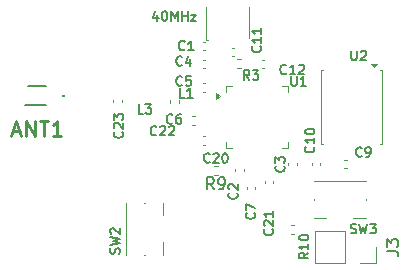
<source format=gto>
%TF.GenerationSoftware,KiCad,Pcbnew,9.0.7*%
%TF.CreationDate,2026-02-11T09:18:12+01:00*%
%TF.ProjectId,przetwornik,70727a65-7477-46f7-926e-696b2e6b6963,rev?*%
%TF.SameCoordinates,Original*%
%TF.FileFunction,Legend,Top*%
%TF.FilePolarity,Positive*%
%FSLAX46Y46*%
G04 Gerber Fmt 4.6, Leading zero omitted, Abs format (unit mm)*
G04 Created by KiCad (PCBNEW 9.0.7) date 2026-02-11 09:18:12*
%MOMM*%
%LPD*%
G01*
G04 APERTURE LIST*
%ADD10C,0.150000*%
%ADD11C,0.254000*%
%ADD12C,0.120000*%
%ADD13C,0.200000*%
G04 APERTURE END LIST*
D10*
X215985714Y-98286104D02*
X215947618Y-98324200D01*
X215947618Y-98324200D02*
X215833333Y-98362295D01*
X215833333Y-98362295D02*
X215757142Y-98362295D01*
X215757142Y-98362295D02*
X215642856Y-98324200D01*
X215642856Y-98324200D02*
X215566666Y-98248009D01*
X215566666Y-98248009D02*
X215528571Y-98171819D01*
X215528571Y-98171819D02*
X215490475Y-98019438D01*
X215490475Y-98019438D02*
X215490475Y-97905152D01*
X215490475Y-97905152D02*
X215528571Y-97752771D01*
X215528571Y-97752771D02*
X215566666Y-97676580D01*
X215566666Y-97676580D02*
X215642856Y-97600390D01*
X215642856Y-97600390D02*
X215757142Y-97562295D01*
X215757142Y-97562295D02*
X215833333Y-97562295D01*
X215833333Y-97562295D02*
X215947618Y-97600390D01*
X215947618Y-97600390D02*
X215985714Y-97638485D01*
X216290475Y-97638485D02*
X216328571Y-97600390D01*
X216328571Y-97600390D02*
X216404761Y-97562295D01*
X216404761Y-97562295D02*
X216595237Y-97562295D01*
X216595237Y-97562295D02*
X216671428Y-97600390D01*
X216671428Y-97600390D02*
X216709523Y-97638485D01*
X216709523Y-97638485D02*
X216747618Y-97714676D01*
X216747618Y-97714676D02*
X216747618Y-97790866D01*
X216747618Y-97790866D02*
X216709523Y-97905152D01*
X216709523Y-97905152D02*
X216252380Y-98362295D01*
X216252380Y-98362295D02*
X216747618Y-98362295D01*
X217242857Y-97562295D02*
X217319047Y-97562295D01*
X217319047Y-97562295D02*
X217395238Y-97600390D01*
X217395238Y-97600390D02*
X217433333Y-97638485D01*
X217433333Y-97638485D02*
X217471428Y-97714676D01*
X217471428Y-97714676D02*
X217509523Y-97867057D01*
X217509523Y-97867057D02*
X217509523Y-98057533D01*
X217509523Y-98057533D02*
X217471428Y-98209914D01*
X217471428Y-98209914D02*
X217433333Y-98286104D01*
X217433333Y-98286104D02*
X217395238Y-98324200D01*
X217395238Y-98324200D02*
X217319047Y-98362295D01*
X217319047Y-98362295D02*
X217242857Y-98362295D01*
X217242857Y-98362295D02*
X217166666Y-98324200D01*
X217166666Y-98324200D02*
X217128571Y-98286104D01*
X217128571Y-98286104D02*
X217090476Y-98209914D01*
X217090476Y-98209914D02*
X217052380Y-98057533D01*
X217052380Y-98057533D02*
X217052380Y-97867057D01*
X217052380Y-97867057D02*
X217090476Y-97714676D01*
X217090476Y-97714676D02*
X217128571Y-97638485D01*
X217128571Y-97638485D02*
X217166666Y-97600390D01*
X217166666Y-97600390D02*
X217242857Y-97562295D01*
X212840462Y-95009463D02*
X212802366Y-95047559D01*
X212802366Y-95047559D02*
X212688081Y-95085654D01*
X212688081Y-95085654D02*
X212611890Y-95085654D01*
X212611890Y-95085654D02*
X212497604Y-95047559D01*
X212497604Y-95047559D02*
X212421414Y-94971368D01*
X212421414Y-94971368D02*
X212383319Y-94895178D01*
X212383319Y-94895178D02*
X212345223Y-94742797D01*
X212345223Y-94742797D02*
X212345223Y-94628511D01*
X212345223Y-94628511D02*
X212383319Y-94476130D01*
X212383319Y-94476130D02*
X212421414Y-94399939D01*
X212421414Y-94399939D02*
X212497604Y-94323749D01*
X212497604Y-94323749D02*
X212611890Y-94285654D01*
X212611890Y-94285654D02*
X212688081Y-94285654D01*
X212688081Y-94285654D02*
X212802366Y-94323749D01*
X212802366Y-94323749D02*
X212840462Y-94361844D01*
X213526176Y-94285654D02*
X213373795Y-94285654D01*
X213373795Y-94285654D02*
X213297604Y-94323749D01*
X213297604Y-94323749D02*
X213259509Y-94361844D01*
X213259509Y-94361844D02*
X213183319Y-94476130D01*
X213183319Y-94476130D02*
X213145223Y-94628511D01*
X213145223Y-94628511D02*
X213145223Y-94933273D01*
X213145223Y-94933273D02*
X213183319Y-95009463D01*
X213183319Y-95009463D02*
X213221414Y-95047559D01*
X213221414Y-95047559D02*
X213297604Y-95085654D01*
X213297604Y-95085654D02*
X213449985Y-95085654D01*
X213449985Y-95085654D02*
X213526176Y-95047559D01*
X213526176Y-95047559D02*
X213564271Y-95009463D01*
X213564271Y-95009463D02*
X213602366Y-94933273D01*
X213602366Y-94933273D02*
X213602366Y-94742797D01*
X213602366Y-94742797D02*
X213564271Y-94666606D01*
X213564271Y-94666606D02*
X213526176Y-94628511D01*
X213526176Y-94628511D02*
X213449985Y-94590416D01*
X213449985Y-94590416D02*
X213297604Y-94590416D01*
X213297604Y-94590416D02*
X213221414Y-94628511D01*
X213221414Y-94628511D02*
X213183319Y-94666606D01*
X213183319Y-94666606D02*
X213145223Y-94742797D01*
X211571428Y-85828961D02*
X211571428Y-86362295D01*
X211380952Y-85524200D02*
X211190475Y-86095628D01*
X211190475Y-86095628D02*
X211685714Y-86095628D01*
X212142857Y-85562295D02*
X212219047Y-85562295D01*
X212219047Y-85562295D02*
X212295238Y-85600390D01*
X212295238Y-85600390D02*
X212333333Y-85638485D01*
X212333333Y-85638485D02*
X212371428Y-85714676D01*
X212371428Y-85714676D02*
X212409523Y-85867057D01*
X212409523Y-85867057D02*
X212409523Y-86057533D01*
X212409523Y-86057533D02*
X212371428Y-86209914D01*
X212371428Y-86209914D02*
X212333333Y-86286104D01*
X212333333Y-86286104D02*
X212295238Y-86324200D01*
X212295238Y-86324200D02*
X212219047Y-86362295D01*
X212219047Y-86362295D02*
X212142857Y-86362295D01*
X212142857Y-86362295D02*
X212066666Y-86324200D01*
X212066666Y-86324200D02*
X212028571Y-86286104D01*
X212028571Y-86286104D02*
X211990476Y-86209914D01*
X211990476Y-86209914D02*
X211952380Y-86057533D01*
X211952380Y-86057533D02*
X211952380Y-85867057D01*
X211952380Y-85867057D02*
X211990476Y-85714676D01*
X211990476Y-85714676D02*
X212028571Y-85638485D01*
X212028571Y-85638485D02*
X212066666Y-85600390D01*
X212066666Y-85600390D02*
X212142857Y-85562295D01*
X212752381Y-86362295D02*
X212752381Y-85562295D01*
X212752381Y-85562295D02*
X213019047Y-86133723D01*
X213019047Y-86133723D02*
X213285714Y-85562295D01*
X213285714Y-85562295D02*
X213285714Y-86362295D01*
X213666667Y-86362295D02*
X213666667Y-85562295D01*
X213666667Y-85943247D02*
X214123810Y-85943247D01*
X214123810Y-86362295D02*
X214123810Y-85562295D01*
X214428571Y-85828961D02*
X214847619Y-85828961D01*
X214847619Y-85828961D02*
X214428571Y-86362295D01*
X214428571Y-86362295D02*
X214847619Y-86362295D01*
X218286104Y-100934448D02*
X218324200Y-100972544D01*
X218324200Y-100972544D02*
X218362295Y-101086829D01*
X218362295Y-101086829D02*
X218362295Y-101163020D01*
X218362295Y-101163020D02*
X218324200Y-101277306D01*
X218324200Y-101277306D02*
X218248009Y-101353496D01*
X218248009Y-101353496D02*
X218171819Y-101391591D01*
X218171819Y-101391591D02*
X218019438Y-101429687D01*
X218019438Y-101429687D02*
X217905152Y-101429687D01*
X217905152Y-101429687D02*
X217752771Y-101391591D01*
X217752771Y-101391591D02*
X217676580Y-101353496D01*
X217676580Y-101353496D02*
X217600390Y-101277306D01*
X217600390Y-101277306D02*
X217562295Y-101163020D01*
X217562295Y-101163020D02*
X217562295Y-101086829D01*
X217562295Y-101086829D02*
X217600390Y-100972544D01*
X217600390Y-100972544D02*
X217638485Y-100934448D01*
X217638485Y-100629687D02*
X217600390Y-100591591D01*
X217600390Y-100591591D02*
X217562295Y-100515401D01*
X217562295Y-100515401D02*
X217562295Y-100324925D01*
X217562295Y-100324925D02*
X217600390Y-100248734D01*
X217600390Y-100248734D02*
X217638485Y-100210639D01*
X217638485Y-100210639D02*
X217714676Y-100172544D01*
X217714676Y-100172544D02*
X217790866Y-100172544D01*
X217790866Y-100172544D02*
X217905152Y-100210639D01*
X217905152Y-100210639D02*
X218362295Y-100667782D01*
X218362295Y-100667782D02*
X218362295Y-100172544D01*
X220286104Y-88514285D02*
X220324200Y-88552381D01*
X220324200Y-88552381D02*
X220362295Y-88666666D01*
X220362295Y-88666666D02*
X220362295Y-88742857D01*
X220362295Y-88742857D02*
X220324200Y-88857143D01*
X220324200Y-88857143D02*
X220248009Y-88933333D01*
X220248009Y-88933333D02*
X220171819Y-88971428D01*
X220171819Y-88971428D02*
X220019438Y-89009524D01*
X220019438Y-89009524D02*
X219905152Y-89009524D01*
X219905152Y-89009524D02*
X219752771Y-88971428D01*
X219752771Y-88971428D02*
X219676580Y-88933333D01*
X219676580Y-88933333D02*
X219600390Y-88857143D01*
X219600390Y-88857143D02*
X219562295Y-88742857D01*
X219562295Y-88742857D02*
X219562295Y-88666666D01*
X219562295Y-88666666D02*
X219600390Y-88552381D01*
X219600390Y-88552381D02*
X219638485Y-88514285D01*
X220362295Y-87752381D02*
X220362295Y-88209524D01*
X220362295Y-87980952D02*
X219562295Y-87980952D01*
X219562295Y-87980952D02*
X219676580Y-88057143D01*
X219676580Y-88057143D02*
X219752771Y-88133333D01*
X219752771Y-88133333D02*
X219790866Y-88209524D01*
X220362295Y-86990476D02*
X220362295Y-87447619D01*
X220362295Y-87219047D02*
X219562295Y-87219047D01*
X219562295Y-87219047D02*
X219676580Y-87295238D01*
X219676580Y-87295238D02*
X219752771Y-87371428D01*
X219752771Y-87371428D02*
X219790866Y-87447619D01*
D11*
X199316216Y-95711461D02*
X199920978Y-95711461D01*
X199195264Y-96074318D02*
X199618597Y-94804318D01*
X199618597Y-94804318D02*
X200041931Y-96074318D01*
X200465263Y-96074318D02*
X200465263Y-94804318D01*
X200465263Y-94804318D02*
X201190978Y-96074318D01*
X201190978Y-96074318D02*
X201190978Y-94804318D01*
X201614311Y-94804318D02*
X202340025Y-94804318D01*
X201977168Y-96074318D02*
X201977168Y-94804318D01*
X203428597Y-96074318D02*
X202702882Y-96074318D01*
X203065739Y-96074318D02*
X203065739Y-94804318D01*
X203065739Y-94804318D02*
X202944787Y-94985746D01*
X202944787Y-94985746D02*
X202823835Y-95106699D01*
X202823835Y-95106699D02*
X202702882Y-95167175D01*
D10*
X208324200Y-106066667D02*
X208362295Y-105952381D01*
X208362295Y-105952381D02*
X208362295Y-105761905D01*
X208362295Y-105761905D02*
X208324200Y-105685714D01*
X208324200Y-105685714D02*
X208286104Y-105647619D01*
X208286104Y-105647619D02*
X208209914Y-105609524D01*
X208209914Y-105609524D02*
X208133723Y-105609524D01*
X208133723Y-105609524D02*
X208057533Y-105647619D01*
X208057533Y-105647619D02*
X208019438Y-105685714D01*
X208019438Y-105685714D02*
X207981342Y-105761905D01*
X207981342Y-105761905D02*
X207943247Y-105914286D01*
X207943247Y-105914286D02*
X207905152Y-105990476D01*
X207905152Y-105990476D02*
X207867057Y-106028571D01*
X207867057Y-106028571D02*
X207790866Y-106066667D01*
X207790866Y-106066667D02*
X207714676Y-106066667D01*
X207714676Y-106066667D02*
X207638485Y-106028571D01*
X207638485Y-106028571D02*
X207600390Y-105990476D01*
X207600390Y-105990476D02*
X207562295Y-105914286D01*
X207562295Y-105914286D02*
X207562295Y-105723809D01*
X207562295Y-105723809D02*
X207600390Y-105609524D01*
X207562295Y-105342857D02*
X208362295Y-105152381D01*
X208362295Y-105152381D02*
X207790866Y-105000000D01*
X207790866Y-105000000D02*
X208362295Y-104847619D01*
X208362295Y-104847619D02*
X207562295Y-104657143D01*
X207638485Y-104390476D02*
X207600390Y-104352380D01*
X207600390Y-104352380D02*
X207562295Y-104276190D01*
X207562295Y-104276190D02*
X207562295Y-104085714D01*
X207562295Y-104085714D02*
X207600390Y-104009523D01*
X207600390Y-104009523D02*
X207638485Y-103971428D01*
X207638485Y-103971428D02*
X207714676Y-103933333D01*
X207714676Y-103933333D02*
X207790866Y-103933333D01*
X207790866Y-103933333D02*
X207905152Y-103971428D01*
X207905152Y-103971428D02*
X208362295Y-104428571D01*
X208362295Y-104428571D02*
X208362295Y-103933333D01*
X228866667Y-97786104D02*
X228828571Y-97824200D01*
X228828571Y-97824200D02*
X228714286Y-97862295D01*
X228714286Y-97862295D02*
X228638095Y-97862295D01*
X228638095Y-97862295D02*
X228523809Y-97824200D01*
X228523809Y-97824200D02*
X228447619Y-97748009D01*
X228447619Y-97748009D02*
X228409524Y-97671819D01*
X228409524Y-97671819D02*
X228371428Y-97519438D01*
X228371428Y-97519438D02*
X228371428Y-97405152D01*
X228371428Y-97405152D02*
X228409524Y-97252771D01*
X228409524Y-97252771D02*
X228447619Y-97176580D01*
X228447619Y-97176580D02*
X228523809Y-97100390D01*
X228523809Y-97100390D02*
X228638095Y-97062295D01*
X228638095Y-97062295D02*
X228714286Y-97062295D01*
X228714286Y-97062295D02*
X228828571Y-97100390D01*
X228828571Y-97100390D02*
X228866667Y-97138485D01*
X229247619Y-97862295D02*
X229400000Y-97862295D01*
X229400000Y-97862295D02*
X229476190Y-97824200D01*
X229476190Y-97824200D02*
X229514286Y-97786104D01*
X229514286Y-97786104D02*
X229590476Y-97671819D01*
X229590476Y-97671819D02*
X229628571Y-97519438D01*
X229628571Y-97519438D02*
X229628571Y-97214676D01*
X229628571Y-97214676D02*
X229590476Y-97138485D01*
X229590476Y-97138485D02*
X229552381Y-97100390D01*
X229552381Y-97100390D02*
X229476190Y-97062295D01*
X229476190Y-97062295D02*
X229323809Y-97062295D01*
X229323809Y-97062295D02*
X229247619Y-97100390D01*
X229247619Y-97100390D02*
X229209524Y-97138485D01*
X229209524Y-97138485D02*
X229171428Y-97214676D01*
X229171428Y-97214676D02*
X229171428Y-97405152D01*
X229171428Y-97405152D02*
X229209524Y-97481342D01*
X229209524Y-97481342D02*
X229247619Y-97519438D01*
X229247619Y-97519438D02*
X229323809Y-97557533D01*
X229323809Y-97557533D02*
X229476190Y-97557533D01*
X229476190Y-97557533D02*
X229552381Y-97519438D01*
X229552381Y-97519438D02*
X229590476Y-97481342D01*
X229590476Y-97481342D02*
X229628571Y-97405152D01*
X208580931Y-95766653D02*
X208619027Y-95804749D01*
X208619027Y-95804749D02*
X208657122Y-95919034D01*
X208657122Y-95919034D02*
X208657122Y-95995225D01*
X208657122Y-95995225D02*
X208619027Y-96109511D01*
X208619027Y-96109511D02*
X208542836Y-96185701D01*
X208542836Y-96185701D02*
X208466646Y-96223796D01*
X208466646Y-96223796D02*
X208314265Y-96261892D01*
X208314265Y-96261892D02*
X208199979Y-96261892D01*
X208199979Y-96261892D02*
X208047598Y-96223796D01*
X208047598Y-96223796D02*
X207971407Y-96185701D01*
X207971407Y-96185701D02*
X207895217Y-96109511D01*
X207895217Y-96109511D02*
X207857122Y-95995225D01*
X207857122Y-95995225D02*
X207857122Y-95919034D01*
X207857122Y-95919034D02*
X207895217Y-95804749D01*
X207895217Y-95804749D02*
X207933312Y-95766653D01*
X207933312Y-95461892D02*
X207895217Y-95423796D01*
X207895217Y-95423796D02*
X207857122Y-95347606D01*
X207857122Y-95347606D02*
X207857122Y-95157130D01*
X207857122Y-95157130D02*
X207895217Y-95080939D01*
X207895217Y-95080939D02*
X207933312Y-95042844D01*
X207933312Y-95042844D02*
X208009503Y-95004749D01*
X208009503Y-95004749D02*
X208085693Y-95004749D01*
X208085693Y-95004749D02*
X208199979Y-95042844D01*
X208199979Y-95042844D02*
X208657122Y-95499987D01*
X208657122Y-95499987D02*
X208657122Y-95004749D01*
X207857122Y-94738082D02*
X207857122Y-94242844D01*
X207857122Y-94242844D02*
X208161884Y-94509510D01*
X208161884Y-94509510D02*
X208161884Y-94395225D01*
X208161884Y-94395225D02*
X208199979Y-94319034D01*
X208199979Y-94319034D02*
X208238074Y-94280939D01*
X208238074Y-94280939D02*
X208314265Y-94242844D01*
X208314265Y-94242844D02*
X208504741Y-94242844D01*
X208504741Y-94242844D02*
X208580931Y-94280939D01*
X208580931Y-94280939D02*
X208619027Y-94319034D01*
X208619027Y-94319034D02*
X208657122Y-94395225D01*
X208657122Y-94395225D02*
X208657122Y-94623796D01*
X208657122Y-94623796D02*
X208619027Y-94699987D01*
X208619027Y-94699987D02*
X208580931Y-94738082D01*
X213656135Y-91786104D02*
X213618039Y-91824200D01*
X213618039Y-91824200D02*
X213503754Y-91862295D01*
X213503754Y-91862295D02*
X213427563Y-91862295D01*
X213427563Y-91862295D02*
X213313277Y-91824200D01*
X213313277Y-91824200D02*
X213237087Y-91748009D01*
X213237087Y-91748009D02*
X213198992Y-91671819D01*
X213198992Y-91671819D02*
X213160896Y-91519438D01*
X213160896Y-91519438D02*
X213160896Y-91405152D01*
X213160896Y-91405152D02*
X213198992Y-91252771D01*
X213198992Y-91252771D02*
X213237087Y-91176580D01*
X213237087Y-91176580D02*
X213313277Y-91100390D01*
X213313277Y-91100390D02*
X213427563Y-91062295D01*
X213427563Y-91062295D02*
X213503754Y-91062295D01*
X213503754Y-91062295D02*
X213618039Y-91100390D01*
X213618039Y-91100390D02*
X213656135Y-91138485D01*
X214379944Y-91062295D02*
X213998992Y-91062295D01*
X213998992Y-91062295D02*
X213960896Y-91443247D01*
X213960896Y-91443247D02*
X213998992Y-91405152D01*
X213998992Y-91405152D02*
X214075182Y-91367057D01*
X214075182Y-91367057D02*
X214265658Y-91367057D01*
X214265658Y-91367057D02*
X214341849Y-91405152D01*
X214341849Y-91405152D02*
X214379944Y-91443247D01*
X214379944Y-91443247D02*
X214418039Y-91519438D01*
X214418039Y-91519438D02*
X214418039Y-91709914D01*
X214418039Y-91709914D02*
X214379944Y-91786104D01*
X214379944Y-91786104D02*
X214341849Y-91824200D01*
X214341849Y-91824200D02*
X214265658Y-91862295D01*
X214265658Y-91862295D02*
X214075182Y-91862295D01*
X214075182Y-91862295D02*
X213998992Y-91824200D01*
X213998992Y-91824200D02*
X213960896Y-91786104D01*
X219786104Y-102633332D02*
X219824200Y-102671428D01*
X219824200Y-102671428D02*
X219862295Y-102785713D01*
X219862295Y-102785713D02*
X219862295Y-102861904D01*
X219862295Y-102861904D02*
X219824200Y-102976190D01*
X219824200Y-102976190D02*
X219748009Y-103052380D01*
X219748009Y-103052380D02*
X219671819Y-103090475D01*
X219671819Y-103090475D02*
X219519438Y-103128571D01*
X219519438Y-103128571D02*
X219405152Y-103128571D01*
X219405152Y-103128571D02*
X219252771Y-103090475D01*
X219252771Y-103090475D02*
X219176580Y-103052380D01*
X219176580Y-103052380D02*
X219100390Y-102976190D01*
X219100390Y-102976190D02*
X219062295Y-102861904D01*
X219062295Y-102861904D02*
X219062295Y-102785713D01*
X219062295Y-102785713D02*
X219100390Y-102671428D01*
X219100390Y-102671428D02*
X219138485Y-102633332D01*
X219062295Y-102366666D02*
X219062295Y-101833332D01*
X219062295Y-101833332D02*
X219862295Y-102176190D01*
X210368038Y-94242988D02*
X209987086Y-94242988D01*
X209987086Y-94242988D02*
X209987086Y-93442988D01*
X210558514Y-93442988D02*
X211053752Y-93442988D01*
X211053752Y-93442988D02*
X210787086Y-93747750D01*
X210787086Y-93747750D02*
X210901371Y-93747750D01*
X210901371Y-93747750D02*
X210977562Y-93785845D01*
X210977562Y-93785845D02*
X211015657Y-93823940D01*
X211015657Y-93823940D02*
X211053752Y-93900131D01*
X211053752Y-93900131D02*
X211053752Y-94090607D01*
X211053752Y-94090607D02*
X211015657Y-94166797D01*
X211015657Y-94166797D02*
X210977562Y-94204893D01*
X210977562Y-94204893D02*
X210901371Y-94242988D01*
X210901371Y-94242988D02*
X210672800Y-94242988D01*
X210672800Y-94242988D02*
X210596609Y-94204893D01*
X210596609Y-94204893D02*
X210558514Y-94166797D01*
X219366667Y-91362295D02*
X219100000Y-90981342D01*
X218909524Y-91362295D02*
X218909524Y-90562295D01*
X218909524Y-90562295D02*
X219214286Y-90562295D01*
X219214286Y-90562295D02*
X219290476Y-90600390D01*
X219290476Y-90600390D02*
X219328571Y-90638485D01*
X219328571Y-90638485D02*
X219366667Y-90714676D01*
X219366667Y-90714676D02*
X219366667Y-90828961D01*
X219366667Y-90828961D02*
X219328571Y-90905152D01*
X219328571Y-90905152D02*
X219290476Y-90943247D01*
X219290476Y-90943247D02*
X219214286Y-90981342D01*
X219214286Y-90981342D02*
X218909524Y-90981342D01*
X219633333Y-90562295D02*
X220128571Y-90562295D01*
X220128571Y-90562295D02*
X219861905Y-90867057D01*
X219861905Y-90867057D02*
X219976190Y-90867057D01*
X219976190Y-90867057D02*
X220052381Y-90905152D01*
X220052381Y-90905152D02*
X220090476Y-90943247D01*
X220090476Y-90943247D02*
X220128571Y-91019438D01*
X220128571Y-91019438D02*
X220128571Y-91209914D01*
X220128571Y-91209914D02*
X220090476Y-91286104D01*
X220090476Y-91286104D02*
X220052381Y-91324200D01*
X220052381Y-91324200D02*
X219976190Y-91362295D01*
X219976190Y-91362295D02*
X219747619Y-91362295D01*
X219747619Y-91362295D02*
X219671428Y-91324200D01*
X219671428Y-91324200D02*
X219633333Y-91286104D01*
X224362295Y-106014285D02*
X223981342Y-106280952D01*
X224362295Y-106471428D02*
X223562295Y-106471428D01*
X223562295Y-106471428D02*
X223562295Y-106166666D01*
X223562295Y-106166666D02*
X223600390Y-106090476D01*
X223600390Y-106090476D02*
X223638485Y-106052381D01*
X223638485Y-106052381D02*
X223714676Y-106014285D01*
X223714676Y-106014285D02*
X223828961Y-106014285D01*
X223828961Y-106014285D02*
X223905152Y-106052381D01*
X223905152Y-106052381D02*
X223943247Y-106090476D01*
X223943247Y-106090476D02*
X223981342Y-106166666D01*
X223981342Y-106166666D02*
X223981342Y-106471428D01*
X224362295Y-105252381D02*
X224362295Y-105709524D01*
X224362295Y-105480952D02*
X223562295Y-105480952D01*
X223562295Y-105480952D02*
X223676580Y-105557143D01*
X223676580Y-105557143D02*
X223752771Y-105633333D01*
X223752771Y-105633333D02*
X223790866Y-105709524D01*
X223562295Y-104757142D02*
X223562295Y-104680952D01*
X223562295Y-104680952D02*
X223600390Y-104604761D01*
X223600390Y-104604761D02*
X223638485Y-104566666D01*
X223638485Y-104566666D02*
X223714676Y-104528571D01*
X223714676Y-104528571D02*
X223867057Y-104490476D01*
X223867057Y-104490476D02*
X224057533Y-104490476D01*
X224057533Y-104490476D02*
X224209914Y-104528571D01*
X224209914Y-104528571D02*
X224286104Y-104566666D01*
X224286104Y-104566666D02*
X224324200Y-104604761D01*
X224324200Y-104604761D02*
X224362295Y-104680952D01*
X224362295Y-104680952D02*
X224362295Y-104757142D01*
X224362295Y-104757142D02*
X224324200Y-104833333D01*
X224324200Y-104833333D02*
X224286104Y-104871428D01*
X224286104Y-104871428D02*
X224209914Y-104909523D01*
X224209914Y-104909523D02*
X224057533Y-104947619D01*
X224057533Y-104947619D02*
X223867057Y-104947619D01*
X223867057Y-104947619D02*
X223714676Y-104909523D01*
X223714676Y-104909523D02*
X223638485Y-104871428D01*
X223638485Y-104871428D02*
X223600390Y-104833333D01*
X223600390Y-104833333D02*
X223562295Y-104757142D01*
X222485714Y-90786104D02*
X222447618Y-90824200D01*
X222447618Y-90824200D02*
X222333333Y-90862295D01*
X222333333Y-90862295D02*
X222257142Y-90862295D01*
X222257142Y-90862295D02*
X222142856Y-90824200D01*
X222142856Y-90824200D02*
X222066666Y-90748009D01*
X222066666Y-90748009D02*
X222028571Y-90671819D01*
X222028571Y-90671819D02*
X221990475Y-90519438D01*
X221990475Y-90519438D02*
X221990475Y-90405152D01*
X221990475Y-90405152D02*
X222028571Y-90252771D01*
X222028571Y-90252771D02*
X222066666Y-90176580D01*
X222066666Y-90176580D02*
X222142856Y-90100390D01*
X222142856Y-90100390D02*
X222257142Y-90062295D01*
X222257142Y-90062295D02*
X222333333Y-90062295D01*
X222333333Y-90062295D02*
X222447618Y-90100390D01*
X222447618Y-90100390D02*
X222485714Y-90138485D01*
X223247618Y-90862295D02*
X222790475Y-90862295D01*
X223019047Y-90862295D02*
X223019047Y-90062295D01*
X223019047Y-90062295D02*
X222942856Y-90176580D01*
X222942856Y-90176580D02*
X222866666Y-90252771D01*
X222866666Y-90252771D02*
X222790475Y-90290866D01*
X223552380Y-90138485D02*
X223590476Y-90100390D01*
X223590476Y-90100390D02*
X223666666Y-90062295D01*
X223666666Y-90062295D02*
X223857142Y-90062295D01*
X223857142Y-90062295D02*
X223933333Y-90100390D01*
X223933333Y-90100390D02*
X223971428Y-90138485D01*
X223971428Y-90138485D02*
X224009523Y-90214676D01*
X224009523Y-90214676D02*
X224009523Y-90290866D01*
X224009523Y-90290866D02*
X223971428Y-90405152D01*
X223971428Y-90405152D02*
X223514285Y-90862295D01*
X223514285Y-90862295D02*
X224009523Y-90862295D01*
X211485714Y-95996110D02*
X211447618Y-96034206D01*
X211447618Y-96034206D02*
X211333333Y-96072301D01*
X211333333Y-96072301D02*
X211257142Y-96072301D01*
X211257142Y-96072301D02*
X211142856Y-96034206D01*
X211142856Y-96034206D02*
X211066666Y-95958015D01*
X211066666Y-95958015D02*
X211028571Y-95881825D01*
X211028571Y-95881825D02*
X210990475Y-95729444D01*
X210990475Y-95729444D02*
X210990475Y-95615158D01*
X210990475Y-95615158D02*
X211028571Y-95462777D01*
X211028571Y-95462777D02*
X211066666Y-95386586D01*
X211066666Y-95386586D02*
X211142856Y-95310396D01*
X211142856Y-95310396D02*
X211257142Y-95272301D01*
X211257142Y-95272301D02*
X211333333Y-95272301D01*
X211333333Y-95272301D02*
X211447618Y-95310396D01*
X211447618Y-95310396D02*
X211485714Y-95348491D01*
X211790475Y-95348491D02*
X211828571Y-95310396D01*
X211828571Y-95310396D02*
X211904761Y-95272301D01*
X211904761Y-95272301D02*
X212095237Y-95272301D01*
X212095237Y-95272301D02*
X212171428Y-95310396D01*
X212171428Y-95310396D02*
X212209523Y-95348491D01*
X212209523Y-95348491D02*
X212247618Y-95424682D01*
X212247618Y-95424682D02*
X212247618Y-95500872D01*
X212247618Y-95500872D02*
X212209523Y-95615158D01*
X212209523Y-95615158D02*
X211752380Y-96072301D01*
X211752380Y-96072301D02*
X212247618Y-96072301D01*
X212552380Y-95348491D02*
X212590476Y-95310396D01*
X212590476Y-95310396D02*
X212666666Y-95272301D01*
X212666666Y-95272301D02*
X212857142Y-95272301D01*
X212857142Y-95272301D02*
X212933333Y-95310396D01*
X212933333Y-95310396D02*
X212971428Y-95348491D01*
X212971428Y-95348491D02*
X213009523Y-95424682D01*
X213009523Y-95424682D02*
X213009523Y-95500872D01*
X213009523Y-95500872D02*
X212971428Y-95615158D01*
X212971428Y-95615158D02*
X212514285Y-96072301D01*
X212514285Y-96072301D02*
X213009523Y-96072301D01*
X213648722Y-90087706D02*
X213610626Y-90125802D01*
X213610626Y-90125802D02*
X213496341Y-90163897D01*
X213496341Y-90163897D02*
X213420150Y-90163897D01*
X213420150Y-90163897D02*
X213305864Y-90125802D01*
X213305864Y-90125802D02*
X213229674Y-90049611D01*
X213229674Y-90049611D02*
X213191579Y-89973421D01*
X213191579Y-89973421D02*
X213153483Y-89821040D01*
X213153483Y-89821040D02*
X213153483Y-89706754D01*
X213153483Y-89706754D02*
X213191579Y-89554373D01*
X213191579Y-89554373D02*
X213229674Y-89478182D01*
X213229674Y-89478182D02*
X213305864Y-89401992D01*
X213305864Y-89401992D02*
X213420150Y-89363897D01*
X213420150Y-89363897D02*
X213496341Y-89363897D01*
X213496341Y-89363897D02*
X213610626Y-89401992D01*
X213610626Y-89401992D02*
X213648722Y-89440087D01*
X214334436Y-89630563D02*
X214334436Y-90163897D01*
X214143960Y-89325802D02*
X213953483Y-89897230D01*
X213953483Y-89897230D02*
X214448722Y-89897230D01*
X227933332Y-104324200D02*
X228047618Y-104362295D01*
X228047618Y-104362295D02*
X228238094Y-104362295D01*
X228238094Y-104362295D02*
X228314285Y-104324200D01*
X228314285Y-104324200D02*
X228352380Y-104286104D01*
X228352380Y-104286104D02*
X228390475Y-104209914D01*
X228390475Y-104209914D02*
X228390475Y-104133723D01*
X228390475Y-104133723D02*
X228352380Y-104057533D01*
X228352380Y-104057533D02*
X228314285Y-104019438D01*
X228314285Y-104019438D02*
X228238094Y-103981342D01*
X228238094Y-103981342D02*
X228085713Y-103943247D01*
X228085713Y-103943247D02*
X228009523Y-103905152D01*
X228009523Y-103905152D02*
X227971428Y-103867057D01*
X227971428Y-103867057D02*
X227933332Y-103790866D01*
X227933332Y-103790866D02*
X227933332Y-103714676D01*
X227933332Y-103714676D02*
X227971428Y-103638485D01*
X227971428Y-103638485D02*
X228009523Y-103600390D01*
X228009523Y-103600390D02*
X228085713Y-103562295D01*
X228085713Y-103562295D02*
X228276190Y-103562295D01*
X228276190Y-103562295D02*
X228390475Y-103600390D01*
X228657142Y-103562295D02*
X228847618Y-104362295D01*
X228847618Y-104362295D02*
X228999999Y-103790866D01*
X228999999Y-103790866D02*
X229152380Y-104362295D01*
X229152380Y-104362295D02*
X229342857Y-103562295D01*
X229571428Y-103562295D02*
X230066666Y-103562295D01*
X230066666Y-103562295D02*
X229800000Y-103867057D01*
X229800000Y-103867057D02*
X229914285Y-103867057D01*
X229914285Y-103867057D02*
X229990476Y-103905152D01*
X229990476Y-103905152D02*
X230028571Y-103943247D01*
X230028571Y-103943247D02*
X230066666Y-104019438D01*
X230066666Y-104019438D02*
X230066666Y-104209914D01*
X230066666Y-104209914D02*
X230028571Y-104286104D01*
X230028571Y-104286104D02*
X229990476Y-104324200D01*
X229990476Y-104324200D02*
X229914285Y-104362295D01*
X229914285Y-104362295D02*
X229685714Y-104362295D01*
X229685714Y-104362295D02*
X229609523Y-104324200D01*
X229609523Y-104324200D02*
X229571428Y-104286104D01*
X213866666Y-92862295D02*
X213485714Y-92862295D01*
X213485714Y-92862295D02*
X213485714Y-92062295D01*
X214552380Y-92862295D02*
X214095237Y-92862295D01*
X214323809Y-92862295D02*
X214323809Y-92062295D01*
X214323809Y-92062295D02*
X214247618Y-92176580D01*
X214247618Y-92176580D02*
X214171428Y-92252771D01*
X214171428Y-92252771D02*
X214095237Y-92290866D01*
X216343333Y-100624819D02*
X216010000Y-100148628D01*
X215771905Y-100624819D02*
X215771905Y-99624819D01*
X215771905Y-99624819D02*
X216152857Y-99624819D01*
X216152857Y-99624819D02*
X216248095Y-99672438D01*
X216248095Y-99672438D02*
X216295714Y-99720057D01*
X216295714Y-99720057D02*
X216343333Y-99815295D01*
X216343333Y-99815295D02*
X216343333Y-99958152D01*
X216343333Y-99958152D02*
X216295714Y-100053390D01*
X216295714Y-100053390D02*
X216248095Y-100101009D01*
X216248095Y-100101009D02*
X216152857Y-100148628D01*
X216152857Y-100148628D02*
X215771905Y-100148628D01*
X216819524Y-100624819D02*
X217010000Y-100624819D01*
X217010000Y-100624819D02*
X217105238Y-100577200D01*
X217105238Y-100577200D02*
X217152857Y-100529580D01*
X217152857Y-100529580D02*
X217248095Y-100386723D01*
X217248095Y-100386723D02*
X217295714Y-100196247D01*
X217295714Y-100196247D02*
X217295714Y-99815295D01*
X217295714Y-99815295D02*
X217248095Y-99720057D01*
X217248095Y-99720057D02*
X217200476Y-99672438D01*
X217200476Y-99672438D02*
X217105238Y-99624819D01*
X217105238Y-99624819D02*
X216914762Y-99624819D01*
X216914762Y-99624819D02*
X216819524Y-99672438D01*
X216819524Y-99672438D02*
X216771905Y-99720057D01*
X216771905Y-99720057D02*
X216724286Y-99815295D01*
X216724286Y-99815295D02*
X216724286Y-100053390D01*
X216724286Y-100053390D02*
X216771905Y-100148628D01*
X216771905Y-100148628D02*
X216819524Y-100196247D01*
X216819524Y-100196247D02*
X216914762Y-100243866D01*
X216914762Y-100243866D02*
X217105238Y-100243866D01*
X217105238Y-100243866D02*
X217200476Y-100196247D01*
X217200476Y-100196247D02*
X217248095Y-100148628D01*
X217248095Y-100148628D02*
X217295714Y-100053390D01*
X227973481Y-88894629D02*
X227973481Y-89542248D01*
X227973481Y-89542248D02*
X228011576Y-89618438D01*
X228011576Y-89618438D02*
X228049671Y-89656534D01*
X228049671Y-89656534D02*
X228125862Y-89694629D01*
X228125862Y-89694629D02*
X228278243Y-89694629D01*
X228278243Y-89694629D02*
X228354433Y-89656534D01*
X228354433Y-89656534D02*
X228392528Y-89618438D01*
X228392528Y-89618438D02*
X228430624Y-89542248D01*
X228430624Y-89542248D02*
X228430624Y-88894629D01*
X228773480Y-88970819D02*
X228811576Y-88932724D01*
X228811576Y-88932724D02*
X228887766Y-88894629D01*
X228887766Y-88894629D02*
X229078242Y-88894629D01*
X229078242Y-88894629D02*
X229154433Y-88932724D01*
X229154433Y-88932724D02*
X229192528Y-88970819D01*
X229192528Y-88970819D02*
X229230623Y-89047010D01*
X229230623Y-89047010D02*
X229230623Y-89123200D01*
X229230623Y-89123200D02*
X229192528Y-89237486D01*
X229192528Y-89237486D02*
X228735385Y-89694629D01*
X228735385Y-89694629D02*
X229230623Y-89694629D01*
X224786104Y-97014285D02*
X224824200Y-97052381D01*
X224824200Y-97052381D02*
X224862295Y-97166666D01*
X224862295Y-97166666D02*
X224862295Y-97242857D01*
X224862295Y-97242857D02*
X224824200Y-97357143D01*
X224824200Y-97357143D02*
X224748009Y-97433333D01*
X224748009Y-97433333D02*
X224671819Y-97471428D01*
X224671819Y-97471428D02*
X224519438Y-97509524D01*
X224519438Y-97509524D02*
X224405152Y-97509524D01*
X224405152Y-97509524D02*
X224252771Y-97471428D01*
X224252771Y-97471428D02*
X224176580Y-97433333D01*
X224176580Y-97433333D02*
X224100390Y-97357143D01*
X224100390Y-97357143D02*
X224062295Y-97242857D01*
X224062295Y-97242857D02*
X224062295Y-97166666D01*
X224062295Y-97166666D02*
X224100390Y-97052381D01*
X224100390Y-97052381D02*
X224138485Y-97014285D01*
X224862295Y-96252381D02*
X224862295Y-96709524D01*
X224862295Y-96480952D02*
X224062295Y-96480952D01*
X224062295Y-96480952D02*
X224176580Y-96557143D01*
X224176580Y-96557143D02*
X224252771Y-96633333D01*
X224252771Y-96633333D02*
X224290866Y-96709524D01*
X224062295Y-95757142D02*
X224062295Y-95680952D01*
X224062295Y-95680952D02*
X224100390Y-95604761D01*
X224100390Y-95604761D02*
X224138485Y-95566666D01*
X224138485Y-95566666D02*
X224214676Y-95528571D01*
X224214676Y-95528571D02*
X224367057Y-95490476D01*
X224367057Y-95490476D02*
X224557533Y-95490476D01*
X224557533Y-95490476D02*
X224709914Y-95528571D01*
X224709914Y-95528571D02*
X224786104Y-95566666D01*
X224786104Y-95566666D02*
X224824200Y-95604761D01*
X224824200Y-95604761D02*
X224862295Y-95680952D01*
X224862295Y-95680952D02*
X224862295Y-95757142D01*
X224862295Y-95757142D02*
X224824200Y-95833333D01*
X224824200Y-95833333D02*
X224786104Y-95871428D01*
X224786104Y-95871428D02*
X224709914Y-95909523D01*
X224709914Y-95909523D02*
X224557533Y-95947619D01*
X224557533Y-95947619D02*
X224367057Y-95947619D01*
X224367057Y-95947619D02*
X224214676Y-95909523D01*
X224214676Y-95909523D02*
X224138485Y-95871428D01*
X224138485Y-95871428D02*
X224100390Y-95833333D01*
X224100390Y-95833333D02*
X224062295Y-95757142D01*
X230974819Y-105858333D02*
X231689104Y-105858333D01*
X231689104Y-105858333D02*
X231831961Y-105905952D01*
X231831961Y-105905952D02*
X231927200Y-106001190D01*
X231927200Y-106001190D02*
X231974819Y-106144047D01*
X231974819Y-106144047D02*
X231974819Y-106239285D01*
X230974819Y-105477380D02*
X230974819Y-104858333D01*
X230974819Y-104858333D02*
X231355771Y-105191666D01*
X231355771Y-105191666D02*
X231355771Y-105048809D01*
X231355771Y-105048809D02*
X231403390Y-104953571D01*
X231403390Y-104953571D02*
X231451009Y-104905952D01*
X231451009Y-104905952D02*
X231546247Y-104858333D01*
X231546247Y-104858333D02*
X231784342Y-104858333D01*
X231784342Y-104858333D02*
X231879580Y-104905952D01*
X231879580Y-104905952D02*
X231927200Y-104953571D01*
X231927200Y-104953571D02*
X231974819Y-105048809D01*
X231974819Y-105048809D02*
X231974819Y-105334523D01*
X231974819Y-105334523D02*
X231927200Y-105429761D01*
X231927200Y-105429761D02*
X231879580Y-105477380D01*
X221286104Y-104014285D02*
X221324200Y-104052381D01*
X221324200Y-104052381D02*
X221362295Y-104166666D01*
X221362295Y-104166666D02*
X221362295Y-104242857D01*
X221362295Y-104242857D02*
X221324200Y-104357143D01*
X221324200Y-104357143D02*
X221248009Y-104433333D01*
X221248009Y-104433333D02*
X221171819Y-104471428D01*
X221171819Y-104471428D02*
X221019438Y-104509524D01*
X221019438Y-104509524D02*
X220905152Y-104509524D01*
X220905152Y-104509524D02*
X220752771Y-104471428D01*
X220752771Y-104471428D02*
X220676580Y-104433333D01*
X220676580Y-104433333D02*
X220600390Y-104357143D01*
X220600390Y-104357143D02*
X220562295Y-104242857D01*
X220562295Y-104242857D02*
X220562295Y-104166666D01*
X220562295Y-104166666D02*
X220600390Y-104052381D01*
X220600390Y-104052381D02*
X220638485Y-104014285D01*
X220638485Y-103709524D02*
X220600390Y-103671428D01*
X220600390Y-103671428D02*
X220562295Y-103595238D01*
X220562295Y-103595238D02*
X220562295Y-103404762D01*
X220562295Y-103404762D02*
X220600390Y-103328571D01*
X220600390Y-103328571D02*
X220638485Y-103290476D01*
X220638485Y-103290476D02*
X220714676Y-103252381D01*
X220714676Y-103252381D02*
X220790866Y-103252381D01*
X220790866Y-103252381D02*
X220905152Y-103290476D01*
X220905152Y-103290476D02*
X221362295Y-103747619D01*
X221362295Y-103747619D02*
X221362295Y-103252381D01*
X221362295Y-102490476D02*
X221362295Y-102947619D01*
X221362295Y-102719047D02*
X220562295Y-102719047D01*
X220562295Y-102719047D02*
X220676580Y-102795238D01*
X220676580Y-102795238D02*
X220752771Y-102871428D01*
X220752771Y-102871428D02*
X220790866Y-102947619D01*
X213866667Y-88786104D02*
X213828571Y-88824200D01*
X213828571Y-88824200D02*
X213714286Y-88862295D01*
X213714286Y-88862295D02*
X213638095Y-88862295D01*
X213638095Y-88862295D02*
X213523809Y-88824200D01*
X213523809Y-88824200D02*
X213447619Y-88748009D01*
X213447619Y-88748009D02*
X213409524Y-88671819D01*
X213409524Y-88671819D02*
X213371428Y-88519438D01*
X213371428Y-88519438D02*
X213371428Y-88405152D01*
X213371428Y-88405152D02*
X213409524Y-88252771D01*
X213409524Y-88252771D02*
X213447619Y-88176580D01*
X213447619Y-88176580D02*
X213523809Y-88100390D01*
X213523809Y-88100390D02*
X213638095Y-88062295D01*
X213638095Y-88062295D02*
X213714286Y-88062295D01*
X213714286Y-88062295D02*
X213828571Y-88100390D01*
X213828571Y-88100390D02*
X213866667Y-88138485D01*
X214628571Y-88862295D02*
X214171428Y-88862295D01*
X214400000Y-88862295D02*
X214400000Y-88062295D01*
X214400000Y-88062295D02*
X214323809Y-88176580D01*
X214323809Y-88176580D02*
X214247619Y-88252771D01*
X214247619Y-88252771D02*
X214171428Y-88290866D01*
X222286104Y-98633332D02*
X222324200Y-98671428D01*
X222324200Y-98671428D02*
X222362295Y-98785713D01*
X222362295Y-98785713D02*
X222362295Y-98861904D01*
X222362295Y-98861904D02*
X222324200Y-98976190D01*
X222324200Y-98976190D02*
X222248009Y-99052380D01*
X222248009Y-99052380D02*
X222171819Y-99090475D01*
X222171819Y-99090475D02*
X222019438Y-99128571D01*
X222019438Y-99128571D02*
X221905152Y-99128571D01*
X221905152Y-99128571D02*
X221752771Y-99090475D01*
X221752771Y-99090475D02*
X221676580Y-99052380D01*
X221676580Y-99052380D02*
X221600390Y-98976190D01*
X221600390Y-98976190D02*
X221562295Y-98861904D01*
X221562295Y-98861904D02*
X221562295Y-98785713D01*
X221562295Y-98785713D02*
X221600390Y-98671428D01*
X221600390Y-98671428D02*
X221638485Y-98633332D01*
X221562295Y-98366666D02*
X221562295Y-97871428D01*
X221562295Y-97871428D02*
X221867057Y-98138094D01*
X221867057Y-98138094D02*
X221867057Y-98023809D01*
X221867057Y-98023809D02*
X221905152Y-97947618D01*
X221905152Y-97947618D02*
X221943247Y-97909523D01*
X221943247Y-97909523D02*
X222019438Y-97871428D01*
X222019438Y-97871428D02*
X222209914Y-97871428D01*
X222209914Y-97871428D02*
X222286104Y-97909523D01*
X222286104Y-97909523D02*
X222324200Y-97947618D01*
X222324200Y-97947618D02*
X222362295Y-98023809D01*
X222362295Y-98023809D02*
X222362295Y-98252380D01*
X222362295Y-98252380D02*
X222324200Y-98328571D01*
X222324200Y-98328571D02*
X222286104Y-98366666D01*
X222890476Y-91062295D02*
X222890476Y-91709914D01*
X222890476Y-91709914D02*
X222928571Y-91786104D01*
X222928571Y-91786104D02*
X222966666Y-91824200D01*
X222966666Y-91824200D02*
X223042857Y-91862295D01*
X223042857Y-91862295D02*
X223195238Y-91862295D01*
X223195238Y-91862295D02*
X223271428Y-91824200D01*
X223271428Y-91824200D02*
X223309523Y-91786104D01*
X223309523Y-91786104D02*
X223347619Y-91709914D01*
X223347619Y-91709914D02*
X223347619Y-91062295D01*
X224147618Y-91862295D02*
X223690475Y-91862295D01*
X223919047Y-91862295D02*
X223919047Y-91062295D01*
X223919047Y-91062295D02*
X223842856Y-91176580D01*
X223842856Y-91176580D02*
X223766666Y-91252771D01*
X223766666Y-91252771D02*
X223690475Y-91290866D01*
D12*
X215607836Y-96140000D02*
X215392164Y-96140000D01*
X215607836Y-96860000D02*
X215392164Y-96860000D01*
X214510520Y-94442158D02*
X214726192Y-94442158D01*
X214510520Y-95162158D02*
X214726192Y-95162158D01*
X215665000Y-87985000D02*
X215665000Y-85200000D01*
X215865000Y-87985000D02*
X215665000Y-87985000D01*
X219335000Y-85200000D02*
X219335000Y-87800000D01*
X218140000Y-99107836D02*
X218140000Y-98892164D01*
X218860000Y-99107836D02*
X218860000Y-98892164D01*
X217872164Y-88640000D02*
X218087836Y-88640000D01*
X217872164Y-89360000D02*
X218087836Y-89360000D01*
D13*
X200372407Y-93491851D02*
X200372407Y-93491851D01*
X200372407Y-93491851D02*
X202172407Y-93491851D01*
X200572407Y-91891851D02*
X200572407Y-91891851D01*
X200572407Y-91891851D02*
X202172407Y-91891851D01*
X202172407Y-91891851D02*
X200572407Y-91891851D01*
X202172407Y-91891851D02*
X202172407Y-91891851D01*
X202172407Y-93491851D02*
X200372407Y-93491851D01*
X202172407Y-93491851D02*
X202172407Y-93491851D01*
X203572407Y-92691851D02*
X203572407Y-92691851D01*
X203672407Y-92691851D02*
X203672407Y-92691851D01*
X203672407Y-92691851D02*
X203672407Y-92691851D01*
X203572407Y-92691851D02*
G75*
G02*
X203672407Y-92691851I50000J0D01*
G01*
X203572407Y-92691851D02*
G75*
G02*
X203672407Y-92691851I50000J0D01*
G01*
X203672407Y-92691851D02*
G75*
G02*
X203572407Y-92691851I-50000J0D01*
G01*
D12*
X208950000Y-101750000D02*
X208950000Y-106150000D01*
X210450000Y-101750000D02*
X210550000Y-101750000D01*
X210450000Y-106150000D02*
X210550000Y-106150000D01*
X212050000Y-102800000D02*
X212050000Y-101750000D01*
X212050000Y-106150000D02*
X212050000Y-105100000D01*
X227607836Y-98140000D02*
X227392164Y-98140000D01*
X227607836Y-98860000D02*
X227392164Y-98860000D01*
X207852065Y-93055065D02*
X207852065Y-93270737D01*
X208572065Y-93055065D02*
X208572065Y-93270737D01*
X215392164Y-91640000D02*
X215607836Y-91640000D01*
X215392164Y-92360000D02*
X215607836Y-92360000D01*
X219140000Y-100607836D02*
X219140000Y-100392164D01*
X219860000Y-100607836D02*
X219860000Y-100392164D01*
X218346359Y-89620000D02*
X218653641Y-89620000D01*
X218346359Y-90380000D02*
X218653641Y-90380000D01*
X222846359Y-103620000D02*
X223153641Y-103620000D01*
X222846359Y-104380000D02*
X223153641Y-104380000D01*
X220412164Y-89640000D02*
X220627836Y-89640000D01*
X220412164Y-90360000D02*
X220627836Y-90360000D01*
X212640000Y-93102170D02*
X212640000Y-93317842D01*
X213360000Y-93102170D02*
X213360000Y-93317842D01*
X215392164Y-89640000D02*
X215607836Y-89640000D01*
X215392164Y-90360000D02*
X215607836Y-90360000D01*
X224800000Y-101450000D02*
X224800000Y-101550000D01*
X224800000Y-103050000D02*
X225850000Y-103050000D01*
X228150000Y-103050000D02*
X229200000Y-103050000D01*
X229200000Y-99950000D02*
X224800000Y-99950000D01*
X229200000Y-101450000D02*
X229200000Y-101550000D01*
X216663641Y-98620000D02*
X216356359Y-98620000D01*
X216663641Y-99380000D02*
X216356359Y-99380000D01*
X225390000Y-90540000D02*
X225585000Y-90540000D01*
X225390000Y-96760000D02*
X225390000Y-90540000D01*
X225585000Y-96760000D02*
X225390000Y-96760000D01*
X230415000Y-90540000D02*
X230610000Y-90540000D01*
X230610000Y-90540000D02*
X230610000Y-96760000D01*
X230610000Y-96760000D02*
X230415000Y-96760000D01*
X229910000Y-90310000D02*
X229670000Y-89980000D01*
X230150000Y-89980000D01*
X229910000Y-90310000D01*
G36*
X229910000Y-90310000D02*
G01*
X229670000Y-89980000D01*
X230150000Y-89980000D01*
X229910000Y-90310000D01*
G37*
X224640000Y-98607836D02*
X224640000Y-98392164D01*
X225360000Y-98607836D02*
X225360000Y-98392164D01*
X224880000Y-104195000D02*
X224880000Y-106855000D01*
X227480000Y-104195000D02*
X224880000Y-104195000D01*
X227480000Y-104195000D02*
X227480000Y-106855000D01*
X227480000Y-106855000D02*
X224880000Y-106855000D01*
X230080000Y-105525000D02*
X230080000Y-106855000D01*
X230080000Y-106855000D02*
X228750000Y-106855000D01*
X220640000Y-99892164D02*
X220640000Y-100107836D01*
X221360000Y-99892164D02*
X221360000Y-100107836D01*
X215392164Y-88140000D02*
X215607836Y-88140000D01*
X215392164Y-88860000D02*
X215607836Y-88860000D01*
X222640000Y-98607836D02*
X222640000Y-98392164D01*
X223360000Y-98607836D02*
X223360000Y-98392164D01*
X217390000Y-91890000D02*
X217865000Y-91890000D01*
X217390000Y-92365000D02*
X217390000Y-91890000D01*
X217390000Y-97110000D02*
X217390000Y-96635000D01*
X217865000Y-97110000D02*
X217390000Y-97110000D01*
X222135000Y-91890000D02*
X222610000Y-91890000D01*
X222610000Y-91890000D02*
X222610000Y-92365000D01*
X222610000Y-96635000D02*
X222610000Y-97110000D01*
X222610000Y-97110000D02*
X222135000Y-97110000D01*
X216890000Y-92750000D02*
X216560000Y-92990000D01*
X216560000Y-92510000D01*
X216890000Y-92750000D01*
G36*
X216890000Y-92750000D02*
G01*
X216560000Y-92990000D01*
X216560000Y-92510000D01*
X216890000Y-92750000D01*
G37*
%LPC*%
G36*
X210200000Y-106450000D02*
G01*
X209200000Y-106450000D01*
X209200000Y-105550000D01*
X210200000Y-105550000D01*
X210200000Y-106450000D01*
G37*
G36*
X211800000Y-106450000D02*
G01*
X210800000Y-106450000D01*
X210800000Y-105550000D01*
X211800000Y-105550000D01*
X211800000Y-106450000D01*
G37*
G36*
X229600000Y-106375000D02*
G01*
X227900000Y-106375000D01*
X227900000Y-104675000D01*
X229600000Y-104675000D01*
X229600000Y-106375000D01*
G37*
G36*
X226456742Y-104711601D02*
G01*
X226610687Y-104775367D01*
X226749234Y-104867941D01*
X226867059Y-104985766D01*
X226959633Y-105124313D01*
X227023399Y-105278258D01*
X227055907Y-105441685D01*
X227055907Y-105608315D01*
X227023399Y-105771742D01*
X226959633Y-105925687D01*
X226867059Y-106064234D01*
X226749234Y-106182059D01*
X226610687Y-106274633D01*
X226456742Y-106338399D01*
X226293315Y-106370907D01*
X226126685Y-106370907D01*
X225963258Y-106338399D01*
X225809313Y-106274633D01*
X225670766Y-106182059D01*
X225552941Y-106064234D01*
X225460367Y-105925687D01*
X225396601Y-105771742D01*
X225364093Y-105608315D01*
X225364093Y-105441685D01*
X225396601Y-105278258D01*
X225460367Y-105124313D01*
X225552941Y-104985766D01*
X225670766Y-104867941D01*
X225809313Y-104775367D01*
X225963258Y-104711601D01*
X226126685Y-104679093D01*
X226293315Y-104679093D01*
X226456742Y-104711601D01*
G37*
G36*
X213871342Y-104788060D02*
G01*
X213984381Y-104853323D01*
X214076677Y-104945619D01*
X214141940Y-105058658D01*
X214175722Y-105184737D01*
X214180000Y-105250000D01*
X214180000Y-105850000D01*
X214175722Y-105915263D01*
X214141940Y-106041342D01*
X214076677Y-106154381D01*
X213984381Y-106246677D01*
X213871342Y-106311940D01*
X213745263Y-106345722D01*
X213614737Y-106345722D01*
X213488658Y-106311940D01*
X213375619Y-106246677D01*
X213283323Y-106154381D01*
X213218060Y-106041342D01*
X213184278Y-105915263D01*
X213180000Y-105850000D01*
X213180000Y-105250000D01*
X213184278Y-105184737D01*
X213218060Y-105058658D01*
X213283323Y-104945619D01*
X213375619Y-104853323D01*
X213488658Y-104788060D01*
X213614737Y-104754278D01*
X213745263Y-104754278D01*
X213871342Y-104788060D01*
G37*
G36*
X222511342Y-104788060D02*
G01*
X222624381Y-104853323D01*
X222716677Y-104945619D01*
X222781940Y-105058658D01*
X222815722Y-105184737D01*
X222820000Y-105250000D01*
X222820000Y-105850000D01*
X222815722Y-105915263D01*
X222781940Y-106041342D01*
X222716677Y-106154381D01*
X222624381Y-106246677D01*
X222511342Y-106311940D01*
X222385263Y-106345722D01*
X222254737Y-106345722D01*
X222128658Y-106311940D01*
X222015619Y-106246677D01*
X221923323Y-106154381D01*
X221858060Y-106041342D01*
X221824278Y-105915263D01*
X221820000Y-105850000D01*
X221820000Y-105250000D01*
X221824278Y-105184737D01*
X221858060Y-105058658D01*
X221923323Y-104945619D01*
X222015619Y-104853323D01*
X222128658Y-104788060D01*
X222254737Y-104754278D01*
X222385263Y-104754278D01*
X222511342Y-104788060D01*
G37*
G36*
X212200000Y-104800000D02*
G01*
X211650000Y-104800000D01*
X211650000Y-103100000D01*
X212200000Y-103100000D01*
X212200000Y-104800000D01*
G37*
G36*
X222676662Y-103690276D02*
G01*
X222720459Y-103719541D01*
X222749724Y-103763338D01*
X222760000Y-103815000D01*
X222760000Y-104185000D01*
X222749724Y-104236662D01*
X222720459Y-104280459D01*
X222676662Y-104309724D01*
X222625000Y-104320000D01*
X222355000Y-104320000D01*
X222303338Y-104309724D01*
X222259541Y-104280459D01*
X222230276Y-104236662D01*
X222220000Y-104185000D01*
X222220000Y-103815000D01*
X222230276Y-103763338D01*
X222259541Y-103719541D01*
X222303338Y-103690276D01*
X222355000Y-103680000D01*
X222625000Y-103680000D01*
X222676662Y-103690276D01*
G37*
G36*
X223696662Y-103690276D02*
G01*
X223740459Y-103719541D01*
X223769724Y-103763338D01*
X223780000Y-103815000D01*
X223780000Y-104185000D01*
X223769724Y-104236662D01*
X223740459Y-104280459D01*
X223696662Y-104309724D01*
X223645000Y-104320000D01*
X223375000Y-104320000D01*
X223323338Y-104309724D01*
X223279541Y-104280459D01*
X223250276Y-104236662D01*
X223240000Y-104185000D01*
X223240000Y-103815000D01*
X223250276Y-103763338D01*
X223279541Y-103719541D01*
X223323338Y-103690276D01*
X223375000Y-103680000D01*
X223645000Y-103680000D01*
X223696662Y-103690276D01*
G37*
G36*
X227850000Y-103200000D02*
G01*
X226150000Y-103200000D01*
X226150000Y-102650000D01*
X227850000Y-102650000D01*
X227850000Y-103200000D01*
G37*
G36*
X235662640Y-102107351D02*
G01*
X235758724Y-102162825D01*
X235837175Y-102241276D01*
X235892649Y-102337360D01*
X235921364Y-102444526D01*
X235921364Y-102555474D01*
X235892649Y-102662640D01*
X235837175Y-102758724D01*
X235758724Y-102837175D01*
X235662640Y-102892649D01*
X235555474Y-102921364D01*
X235444526Y-102921364D01*
X235337360Y-102892649D01*
X235241276Y-102837175D01*
X235162825Y-102758724D01*
X235107351Y-102662640D01*
X235078636Y-102555474D01*
X235078636Y-102444526D01*
X235107351Y-102337360D01*
X235162825Y-102241276D01*
X235241276Y-102162825D01*
X235337360Y-102107351D01*
X235444526Y-102078636D01*
X235555474Y-102078636D01*
X235662640Y-102107351D01*
G37*
G36*
X225400000Y-102800000D02*
G01*
X224500000Y-102800000D01*
X224500000Y-101800000D01*
X225400000Y-101800000D01*
X225400000Y-102800000D01*
G37*
G36*
X229500000Y-102800000D02*
G01*
X228600000Y-102800000D01*
X228600000Y-101800000D01*
X229500000Y-101800000D01*
X229500000Y-102800000D01*
G37*
G36*
X213871342Y-100358060D02*
G01*
X213984381Y-100423323D01*
X214076677Y-100515619D01*
X214141940Y-100628658D01*
X214175722Y-100754737D01*
X214180000Y-100820000D01*
X214180000Y-101920000D01*
X214175722Y-101985263D01*
X214141940Y-102111342D01*
X214076677Y-102224381D01*
X213984381Y-102316677D01*
X213871342Y-102381940D01*
X213745263Y-102415722D01*
X213614737Y-102415722D01*
X213488658Y-102381940D01*
X213375619Y-102316677D01*
X213283323Y-102224381D01*
X213218060Y-102111342D01*
X213184278Y-101985263D01*
X213180000Y-101920000D01*
X213180000Y-100820000D01*
X213184278Y-100754737D01*
X213218060Y-100628658D01*
X213283323Y-100515619D01*
X213375619Y-100423323D01*
X213488658Y-100358060D01*
X213614737Y-100324278D01*
X213745263Y-100324278D01*
X213871342Y-100358060D01*
G37*
G36*
X222511342Y-100358060D02*
G01*
X222624381Y-100423323D01*
X222716677Y-100515619D01*
X222781940Y-100628658D01*
X222815722Y-100754737D01*
X222820000Y-100820000D01*
X222820000Y-101920000D01*
X222815722Y-101985263D01*
X222781940Y-102111342D01*
X222716677Y-102224381D01*
X222624381Y-102316677D01*
X222511342Y-102381940D01*
X222385263Y-102415722D01*
X222254737Y-102415722D01*
X222128658Y-102381940D01*
X222015619Y-102316677D01*
X221923323Y-102224381D01*
X221858060Y-102111342D01*
X221824278Y-101985263D01*
X221820000Y-101920000D01*
X221820000Y-100820000D01*
X221824278Y-100754737D01*
X221858060Y-100628658D01*
X221923323Y-100515619D01*
X222015619Y-100423323D01*
X222128658Y-100358060D01*
X222254737Y-100324278D01*
X222385263Y-100324278D01*
X222511342Y-100358060D01*
G37*
G36*
X210200000Y-102350000D02*
G01*
X209200000Y-102350000D01*
X209200000Y-101450000D01*
X210200000Y-101450000D01*
X210200000Y-102350000D01*
G37*
G36*
X211800000Y-102350000D02*
G01*
X210800000Y-102350000D01*
X210800000Y-101450000D01*
X211800000Y-101450000D01*
X211800000Y-102350000D01*
G37*
G36*
X215234372Y-101599739D02*
G01*
X215307847Y-101642160D01*
X215367840Y-101702153D01*
X215410261Y-101775628D01*
X215432220Y-101857579D01*
X215432220Y-101942421D01*
X215410261Y-102024372D01*
X215367840Y-102097847D01*
X215307847Y-102157840D01*
X215234372Y-102200261D01*
X215152421Y-102222220D01*
X215067579Y-102222220D01*
X214985628Y-102200261D01*
X214912153Y-102157840D01*
X214852160Y-102097847D01*
X214809739Y-102024372D01*
X214787780Y-101942421D01*
X214787780Y-101857579D01*
X214809739Y-101775628D01*
X214852160Y-101702153D01*
X214912153Y-101642160D01*
X214985628Y-101599739D01*
X215067579Y-101577780D01*
X215152421Y-101577780D01*
X215234372Y-101599739D01*
G37*
G36*
X221014372Y-101599739D02*
G01*
X221087847Y-101642160D01*
X221147840Y-101702153D01*
X221190261Y-101775628D01*
X221212220Y-101857579D01*
X221212220Y-101942421D01*
X221190261Y-102024372D01*
X221147840Y-102097847D01*
X221087847Y-102157840D01*
X221014372Y-102200261D01*
X220932421Y-102222220D01*
X220847579Y-102222220D01*
X220765628Y-102200261D01*
X220692153Y-102157840D01*
X220632160Y-102097847D01*
X220589739Y-102024372D01*
X220567780Y-101942421D01*
X220567780Y-101857579D01*
X220589739Y-101775628D01*
X220632160Y-101702153D01*
X220692153Y-101642160D01*
X220765628Y-101599739D01*
X220847579Y-101577780D01*
X220932421Y-101577780D01*
X221014372Y-101599739D01*
G37*
G36*
X219723576Y-100710657D02*
G01*
X219768995Y-100741005D01*
X219799343Y-100786424D01*
X219810000Y-100840000D01*
X219810000Y-101120000D01*
X219799343Y-101173576D01*
X219768995Y-101218995D01*
X219723576Y-101249343D01*
X219670000Y-101260000D01*
X219330000Y-101260000D01*
X219276424Y-101249343D01*
X219231005Y-101218995D01*
X219200657Y-101173576D01*
X219190000Y-101120000D01*
X219190000Y-100840000D01*
X219200657Y-100786424D01*
X219231005Y-100741005D01*
X219276424Y-100710657D01*
X219330000Y-100700000D01*
X219670000Y-100700000D01*
X219723576Y-100710657D01*
G37*
G36*
X225400000Y-101200000D02*
G01*
X224500000Y-101200000D01*
X224500000Y-100200000D01*
X225400000Y-100200000D01*
X225400000Y-101200000D01*
G37*
G36*
X229500000Y-101200000D02*
G01*
X228600000Y-101200000D01*
X228600000Y-100200000D01*
X229500000Y-100200000D01*
X229500000Y-101200000D01*
G37*
G36*
X221223576Y-100210657D02*
G01*
X221268995Y-100241005D01*
X221299343Y-100286424D01*
X221310000Y-100340000D01*
X221310000Y-100620000D01*
X221299343Y-100673576D01*
X221268995Y-100718995D01*
X221223576Y-100749343D01*
X221170000Y-100760000D01*
X220830000Y-100760000D01*
X220776424Y-100749343D01*
X220731005Y-100718995D01*
X220700657Y-100673576D01*
X220690000Y-100620000D01*
X220690000Y-100340000D01*
X220700657Y-100286424D01*
X220731005Y-100241005D01*
X220776424Y-100210657D01*
X220830000Y-100200000D01*
X221170000Y-100200000D01*
X221223576Y-100210657D01*
G37*
G36*
X219723576Y-99750657D02*
G01*
X219768995Y-99781005D01*
X219799343Y-99826424D01*
X219810000Y-99880000D01*
X219810000Y-100160000D01*
X219799343Y-100213576D01*
X219768995Y-100258995D01*
X219723576Y-100289343D01*
X219670000Y-100300000D01*
X219330000Y-100300000D01*
X219276424Y-100289343D01*
X219231005Y-100258995D01*
X219200657Y-100213576D01*
X219190000Y-100160000D01*
X219190000Y-99880000D01*
X219200657Y-99826424D01*
X219231005Y-99781005D01*
X219276424Y-99750657D01*
X219330000Y-99740000D01*
X219670000Y-99740000D01*
X219723576Y-99750657D01*
G37*
G36*
X235662640Y-99107351D02*
G01*
X235758724Y-99162825D01*
X235837175Y-99241276D01*
X235892649Y-99337360D01*
X235921364Y-99444526D01*
X235921364Y-99555474D01*
X235892649Y-99662640D01*
X235837175Y-99758724D01*
X235758724Y-99837175D01*
X235662640Y-99892649D01*
X235555474Y-99921364D01*
X235444526Y-99921364D01*
X235337360Y-99892649D01*
X235241276Y-99837175D01*
X235162825Y-99758724D01*
X235107351Y-99662640D01*
X235078636Y-99555474D01*
X235078636Y-99444526D01*
X235107351Y-99337360D01*
X235162825Y-99241276D01*
X235241276Y-99162825D01*
X235337360Y-99107351D01*
X235444526Y-99078636D01*
X235555474Y-99078636D01*
X235662640Y-99107351D01*
G37*
G36*
X221223576Y-99250657D02*
G01*
X221268995Y-99281005D01*
X221299343Y-99326424D01*
X221310000Y-99380000D01*
X221310000Y-99660000D01*
X221299343Y-99713576D01*
X221268995Y-99758995D01*
X221223576Y-99789343D01*
X221170000Y-99800000D01*
X220830000Y-99800000D01*
X220776424Y-99789343D01*
X220731005Y-99758995D01*
X220700657Y-99713576D01*
X220690000Y-99660000D01*
X220690000Y-99380000D01*
X220700657Y-99326424D01*
X220731005Y-99281005D01*
X220776424Y-99250657D01*
X220830000Y-99240000D01*
X221170000Y-99240000D01*
X221223576Y-99250657D01*
G37*
G36*
X218723576Y-99210657D02*
G01*
X218768995Y-99241005D01*
X218799343Y-99286424D01*
X218810000Y-99340000D01*
X218810000Y-99620000D01*
X218799343Y-99673576D01*
X218768995Y-99718995D01*
X218723576Y-99749343D01*
X218670000Y-99760000D01*
X218330000Y-99760000D01*
X218276424Y-99749343D01*
X218231005Y-99718995D01*
X218200657Y-99673576D01*
X218190000Y-99620000D01*
X218190000Y-99340000D01*
X218200657Y-99286424D01*
X218231005Y-99241005D01*
X218276424Y-99210657D01*
X218330000Y-99200000D01*
X218670000Y-99200000D01*
X218723576Y-99210657D01*
G37*
G36*
X216186662Y-98690276D02*
G01*
X216230459Y-98719541D01*
X216259724Y-98763338D01*
X216270000Y-98815000D01*
X216270000Y-99185000D01*
X216259724Y-99236662D01*
X216230459Y-99280459D01*
X216186662Y-99309724D01*
X216135000Y-99320000D01*
X215865000Y-99320000D01*
X215813338Y-99309724D01*
X215769541Y-99280459D01*
X215740276Y-99236662D01*
X215730000Y-99185000D01*
X215730000Y-98815000D01*
X215740276Y-98763338D01*
X215769541Y-98719541D01*
X215813338Y-98690276D01*
X215865000Y-98680000D01*
X216135000Y-98680000D01*
X216186662Y-98690276D01*
G37*
G36*
X217206662Y-98690276D02*
G01*
X217250459Y-98719541D01*
X217279724Y-98763338D01*
X217290000Y-98815000D01*
X217290000Y-99185000D01*
X217279724Y-99236662D01*
X217250459Y-99280459D01*
X217206662Y-99309724D01*
X217155000Y-99320000D01*
X216885000Y-99320000D01*
X216833338Y-99309724D01*
X216789541Y-99280459D01*
X216760276Y-99236662D01*
X216750000Y-99185000D01*
X216750000Y-98815000D01*
X216760276Y-98763338D01*
X216789541Y-98719541D01*
X216833338Y-98690276D01*
X216885000Y-98680000D01*
X217155000Y-98680000D01*
X217206662Y-98690276D01*
G37*
G36*
X223223576Y-98710657D02*
G01*
X223268995Y-98741005D01*
X223299343Y-98786424D01*
X223310000Y-98840000D01*
X223310000Y-99120000D01*
X223299343Y-99173576D01*
X223268995Y-99218995D01*
X223223576Y-99249343D01*
X223170000Y-99260000D01*
X222830000Y-99260000D01*
X222776424Y-99249343D01*
X222731005Y-99218995D01*
X222700657Y-99173576D01*
X222690000Y-99120000D01*
X222690000Y-98840000D01*
X222700657Y-98786424D01*
X222731005Y-98741005D01*
X222776424Y-98710657D01*
X222830000Y-98700000D01*
X223170000Y-98700000D01*
X223223576Y-98710657D01*
G37*
G36*
X225223576Y-98710657D02*
G01*
X225268995Y-98741005D01*
X225299343Y-98786424D01*
X225310000Y-98840000D01*
X225310000Y-99120000D01*
X225299343Y-99173576D01*
X225268995Y-99218995D01*
X225223576Y-99249343D01*
X225170000Y-99260000D01*
X224830000Y-99260000D01*
X224776424Y-99249343D01*
X224731005Y-99218995D01*
X224700657Y-99173576D01*
X224690000Y-99120000D01*
X224690000Y-98840000D01*
X224700657Y-98786424D01*
X224731005Y-98741005D01*
X224776424Y-98710657D01*
X224830000Y-98700000D01*
X225170000Y-98700000D01*
X225223576Y-98710657D01*
G37*
G36*
X227213576Y-98200657D02*
G01*
X227258995Y-98231005D01*
X227289343Y-98276424D01*
X227300000Y-98330000D01*
X227300000Y-98670000D01*
X227289343Y-98723576D01*
X227258995Y-98768995D01*
X227213576Y-98799343D01*
X227160000Y-98810000D01*
X226880000Y-98810000D01*
X226826424Y-98799343D01*
X226781005Y-98768995D01*
X226750657Y-98723576D01*
X226740000Y-98670000D01*
X226740000Y-98330000D01*
X226750657Y-98276424D01*
X226781005Y-98231005D01*
X226826424Y-98200657D01*
X226880000Y-98190000D01*
X227160000Y-98190000D01*
X227213576Y-98200657D01*
G37*
G36*
X228173576Y-98200657D02*
G01*
X228218995Y-98231005D01*
X228249343Y-98276424D01*
X228260000Y-98330000D01*
X228260000Y-98670000D01*
X228249343Y-98723576D01*
X228218995Y-98768995D01*
X228173576Y-98799343D01*
X228120000Y-98810000D01*
X227840000Y-98810000D01*
X227786424Y-98799343D01*
X227741005Y-98768995D01*
X227710657Y-98723576D01*
X227700000Y-98670000D01*
X227700000Y-98330000D01*
X227710657Y-98276424D01*
X227741005Y-98231005D01*
X227786424Y-98200657D01*
X227840000Y-98190000D01*
X228120000Y-98190000D01*
X228173576Y-98200657D01*
G37*
G36*
X218723576Y-98250657D02*
G01*
X218768995Y-98281005D01*
X218799343Y-98326424D01*
X218810000Y-98380000D01*
X218810000Y-98660000D01*
X218799343Y-98713576D01*
X218768995Y-98758995D01*
X218723576Y-98789343D01*
X218670000Y-98800000D01*
X218330000Y-98800000D01*
X218276424Y-98789343D01*
X218231005Y-98758995D01*
X218200657Y-98713576D01*
X218190000Y-98660000D01*
X218190000Y-98380000D01*
X218200657Y-98326424D01*
X218231005Y-98281005D01*
X218276424Y-98250657D01*
X218330000Y-98240000D01*
X218670000Y-98240000D01*
X218723576Y-98250657D01*
G37*
G36*
X223223576Y-97750657D02*
G01*
X223268995Y-97781005D01*
X223299343Y-97826424D01*
X223310000Y-97880000D01*
X223310000Y-98160000D01*
X223299343Y-98213576D01*
X223268995Y-98258995D01*
X223223576Y-98289343D01*
X223170000Y-98300000D01*
X222830000Y-98300000D01*
X222776424Y-98289343D01*
X222731005Y-98258995D01*
X222700657Y-98213576D01*
X222690000Y-98160000D01*
X222690000Y-97880000D01*
X222700657Y-97826424D01*
X222731005Y-97781005D01*
X222776424Y-97750657D01*
X222830000Y-97740000D01*
X223170000Y-97740000D01*
X223223576Y-97750657D01*
G37*
G36*
X225223576Y-97750657D02*
G01*
X225268995Y-97781005D01*
X225299343Y-97826424D01*
X225310000Y-97880000D01*
X225310000Y-98160000D01*
X225299343Y-98213576D01*
X225268995Y-98258995D01*
X225223576Y-98289343D01*
X225170000Y-98300000D01*
X224830000Y-98300000D01*
X224776424Y-98289343D01*
X224731005Y-98258995D01*
X224700657Y-98213576D01*
X224690000Y-98160000D01*
X224690000Y-97880000D01*
X224700657Y-97826424D01*
X224731005Y-97781005D01*
X224776424Y-97750657D01*
X224830000Y-97740000D01*
X225170000Y-97740000D01*
X225223576Y-97750657D01*
G37*
G36*
X218336418Y-96554758D02*
G01*
X218356694Y-96568306D01*
X218370242Y-96588582D01*
X218375000Y-96612500D01*
X218375000Y-97287500D01*
X218370242Y-97311418D01*
X218356694Y-97331694D01*
X218336418Y-97345242D01*
X218312500Y-97350000D01*
X218187500Y-97350000D01*
X218163582Y-97345242D01*
X218143306Y-97331694D01*
X218129758Y-97311418D01*
X218125000Y-97287500D01*
X218125000Y-96612500D01*
X218129758Y-96588582D01*
X218143306Y-96568306D01*
X218163582Y-96554758D01*
X218187500Y-96550000D01*
X218312500Y-96550000D01*
X218336418Y-96554758D01*
G37*
G36*
X218836418Y-96554758D02*
G01*
X218856694Y-96568306D01*
X218870242Y-96588582D01*
X218875000Y-96612500D01*
X218875000Y-97287500D01*
X218870242Y-97311418D01*
X218856694Y-97331694D01*
X218836418Y-97345242D01*
X218812500Y-97350000D01*
X218687500Y-97350000D01*
X218663582Y-97345242D01*
X218643306Y-97331694D01*
X218629758Y-97311418D01*
X218625000Y-97287500D01*
X218625000Y-96612500D01*
X218629758Y-96588582D01*
X218643306Y-96568306D01*
X218663582Y-96554758D01*
X218687500Y-96550000D01*
X218812500Y-96550000D01*
X218836418Y-96554758D01*
G37*
G36*
X219336418Y-96554758D02*
G01*
X219356694Y-96568306D01*
X219370242Y-96588582D01*
X219375000Y-96612500D01*
X219375000Y-97287500D01*
X219370242Y-97311418D01*
X219356694Y-97331694D01*
X219336418Y-97345242D01*
X219312500Y-97350000D01*
X219187500Y-97350000D01*
X219163582Y-97345242D01*
X219143306Y-97331694D01*
X219129758Y-97311418D01*
X219125000Y-97287500D01*
X219125000Y-96612500D01*
X219129758Y-96588582D01*
X219143306Y-96568306D01*
X219163582Y-96554758D01*
X219187500Y-96550000D01*
X219312500Y-96550000D01*
X219336418Y-96554758D01*
G37*
G36*
X219836418Y-96554758D02*
G01*
X219856694Y-96568306D01*
X219870242Y-96588582D01*
X219875000Y-96612500D01*
X219875000Y-97287500D01*
X219870242Y-97311418D01*
X219856694Y-97331694D01*
X219836418Y-97345242D01*
X219812500Y-97350000D01*
X219687500Y-97350000D01*
X219663582Y-97345242D01*
X219643306Y-97331694D01*
X219629758Y-97311418D01*
X219625000Y-97287500D01*
X219625000Y-96612500D01*
X219629758Y-96588582D01*
X219643306Y-96568306D01*
X219663582Y-96554758D01*
X219687500Y-96550000D01*
X219812500Y-96550000D01*
X219836418Y-96554758D01*
G37*
G36*
X220336418Y-96554758D02*
G01*
X220356694Y-96568306D01*
X220370242Y-96588582D01*
X220375000Y-96612500D01*
X220375000Y-97287500D01*
X220370242Y-97311418D01*
X220356694Y-97331694D01*
X220336418Y-97345242D01*
X220312500Y-97350000D01*
X220187500Y-97350000D01*
X220163582Y-97345242D01*
X220143306Y-97331694D01*
X220129758Y-97311418D01*
X220125000Y-97287500D01*
X220125000Y-96612500D01*
X220129758Y-96588582D01*
X220143306Y-96568306D01*
X220163582Y-96554758D01*
X220187500Y-96550000D01*
X220312500Y-96550000D01*
X220336418Y-96554758D01*
G37*
G36*
X220836418Y-96554758D02*
G01*
X220856694Y-96568306D01*
X220870242Y-96588582D01*
X220875000Y-96612500D01*
X220875000Y-97287500D01*
X220870242Y-97311418D01*
X220856694Y-97331694D01*
X220836418Y-97345242D01*
X220812500Y-97350000D01*
X220687500Y-97350000D01*
X220663582Y-97345242D01*
X220643306Y-97331694D01*
X220629758Y-97311418D01*
X220625000Y-97287500D01*
X220625000Y-96612500D01*
X220629758Y-96588582D01*
X220643306Y-96568306D01*
X220663582Y-96554758D01*
X220687500Y-96550000D01*
X220812500Y-96550000D01*
X220836418Y-96554758D01*
G37*
G36*
X221336418Y-96554758D02*
G01*
X221356694Y-96568306D01*
X221370242Y-96588582D01*
X221375000Y-96612500D01*
X221375000Y-97287500D01*
X221370242Y-97311418D01*
X221356694Y-97331694D01*
X221336418Y-97345242D01*
X221312500Y-97350000D01*
X221187500Y-97350000D01*
X221163582Y-97345242D01*
X221143306Y-97331694D01*
X221129758Y-97311418D01*
X221125000Y-97287500D01*
X221125000Y-96612500D01*
X221129758Y-96588582D01*
X221143306Y-96568306D01*
X221163582Y-96554758D01*
X221187500Y-96550000D01*
X221312500Y-96550000D01*
X221336418Y-96554758D01*
G37*
G36*
X221836418Y-96554758D02*
G01*
X221856694Y-96568306D01*
X221870242Y-96588582D01*
X221875000Y-96612500D01*
X221875000Y-97287500D01*
X221870242Y-97311418D01*
X221856694Y-97331694D01*
X221836418Y-97345242D01*
X221812500Y-97350000D01*
X221687500Y-97350000D01*
X221663582Y-97345242D01*
X221643306Y-97331694D01*
X221629758Y-97311418D01*
X221625000Y-97287500D01*
X221625000Y-96612500D01*
X221629758Y-96588582D01*
X221643306Y-96568306D01*
X221663582Y-96554758D01*
X221687500Y-96550000D01*
X221812500Y-96550000D01*
X221836418Y-96554758D01*
G37*
G36*
X215213576Y-96200657D02*
G01*
X215258995Y-96231005D01*
X215289343Y-96276424D01*
X215300000Y-96330000D01*
X215300000Y-96670000D01*
X215289343Y-96723576D01*
X215258995Y-96768995D01*
X215213576Y-96799343D01*
X215160000Y-96810000D01*
X214880000Y-96810000D01*
X214826424Y-96799343D01*
X214781005Y-96768995D01*
X214750657Y-96723576D01*
X214740000Y-96670000D01*
X214740000Y-96330000D01*
X214750657Y-96276424D01*
X214781005Y-96231005D01*
X214826424Y-96200657D01*
X214880000Y-96190000D01*
X215160000Y-96190000D01*
X215213576Y-96200657D01*
G37*
G36*
X216173576Y-96200657D02*
G01*
X216218995Y-96231005D01*
X216249343Y-96276424D01*
X216260000Y-96330000D01*
X216260000Y-96670000D01*
X216249343Y-96723576D01*
X216218995Y-96768995D01*
X216173576Y-96799343D01*
X216120000Y-96810000D01*
X215840000Y-96810000D01*
X215786424Y-96799343D01*
X215741005Y-96768995D01*
X215710657Y-96723576D01*
X215700000Y-96670000D01*
X215700000Y-96330000D01*
X215710657Y-96276424D01*
X215741005Y-96231005D01*
X215786424Y-96200657D01*
X215840000Y-96190000D01*
X216120000Y-96190000D01*
X216173576Y-96200657D01*
G37*
G36*
X226267835Y-95984515D02*
G01*
X226308388Y-96011612D01*
X226335485Y-96052165D01*
X226345000Y-96100000D01*
X226345000Y-96600000D01*
X226335485Y-96647835D01*
X226308388Y-96688388D01*
X226267835Y-96715485D01*
X226220000Y-96725000D01*
X225970000Y-96725000D01*
X225922165Y-96715485D01*
X225881612Y-96688388D01*
X225854515Y-96647835D01*
X225845000Y-96600000D01*
X225845000Y-96100000D01*
X225854515Y-96052165D01*
X225881612Y-96011612D01*
X225922165Y-95984515D01*
X225970000Y-95975000D01*
X226220000Y-95975000D01*
X226267835Y-95984515D01*
G37*
G36*
X227537835Y-95984515D02*
G01*
X227578388Y-96011612D01*
X227605485Y-96052165D01*
X227615000Y-96100000D01*
X227615000Y-96600000D01*
X227605485Y-96647835D01*
X227578388Y-96688388D01*
X227537835Y-96715485D01*
X227490000Y-96725000D01*
X227240000Y-96725000D01*
X227192165Y-96715485D01*
X227151612Y-96688388D01*
X227124515Y-96647835D01*
X227115000Y-96600000D01*
X227115000Y-96100000D01*
X227124515Y-96052165D01*
X227151612Y-96011612D01*
X227192165Y-95984515D01*
X227240000Y-95975000D01*
X227490000Y-95975000D01*
X227537835Y-95984515D01*
G37*
G36*
X228807835Y-95984515D02*
G01*
X228848388Y-96011612D01*
X228875485Y-96052165D01*
X228885000Y-96100000D01*
X228885000Y-96600000D01*
X228875485Y-96647835D01*
X228848388Y-96688388D01*
X228807835Y-96715485D01*
X228760000Y-96725000D01*
X228510000Y-96725000D01*
X228462165Y-96715485D01*
X228421612Y-96688388D01*
X228394515Y-96647835D01*
X228385000Y-96600000D01*
X228385000Y-96100000D01*
X228394515Y-96052165D01*
X228421612Y-96011612D01*
X228462165Y-95984515D01*
X228510000Y-95975000D01*
X228760000Y-95975000D01*
X228807835Y-95984515D01*
G37*
G36*
X230077835Y-95984515D02*
G01*
X230118388Y-96011612D01*
X230145485Y-96052165D01*
X230155000Y-96100000D01*
X230155000Y-96600000D01*
X230145485Y-96647835D01*
X230118388Y-96688388D01*
X230077835Y-96715485D01*
X230030000Y-96725000D01*
X229780000Y-96725000D01*
X229732165Y-96715485D01*
X229691612Y-96688388D01*
X229664515Y-96647835D01*
X229655000Y-96600000D01*
X229655000Y-96100000D01*
X229664515Y-96052165D01*
X229691612Y-96011612D01*
X229732165Y-95984515D01*
X229780000Y-95975000D01*
X230030000Y-95975000D01*
X230077835Y-95984515D01*
G37*
G36*
X217911418Y-96129758D02*
G01*
X217931694Y-96143306D01*
X217945242Y-96163582D01*
X217950000Y-96187500D01*
X217950000Y-96312500D01*
X217945242Y-96336418D01*
X217931694Y-96356694D01*
X217911418Y-96370242D01*
X217887500Y-96375000D01*
X217212500Y-96375000D01*
X217188582Y-96370242D01*
X217168306Y-96356694D01*
X217154758Y-96336418D01*
X217150000Y-96312500D01*
X217150000Y-96187500D01*
X217154758Y-96163582D01*
X217168306Y-96143306D01*
X217188582Y-96129758D01*
X217212500Y-96125000D01*
X217887500Y-96125000D01*
X217911418Y-96129758D01*
G37*
G36*
X222811418Y-96129758D02*
G01*
X222831694Y-96143306D01*
X222845242Y-96163582D01*
X222850000Y-96187500D01*
X222850000Y-96312500D01*
X222845242Y-96336418D01*
X222831694Y-96356694D01*
X222811418Y-96370242D01*
X222787500Y-96375000D01*
X222112500Y-96375000D01*
X222088582Y-96370242D01*
X222068306Y-96356694D01*
X222054758Y-96336418D01*
X222050000Y-96312500D01*
X222050000Y-96187500D01*
X222054758Y-96163582D01*
X222068306Y-96143306D01*
X222088582Y-96129758D01*
X222112500Y-96125000D01*
X222787500Y-96125000D01*
X222811418Y-96129758D01*
G37*
G36*
X221850000Y-96350000D02*
G01*
X218150000Y-96350000D01*
X218150000Y-92650000D01*
X221850000Y-92650000D01*
X221850000Y-96350000D01*
G37*
G36*
X217911418Y-95629758D02*
G01*
X217931694Y-95643306D01*
X217945242Y-95663582D01*
X217950000Y-95687500D01*
X217950000Y-95812500D01*
X217945242Y-95836418D01*
X217931694Y-95856694D01*
X217911418Y-95870242D01*
X217887500Y-95875000D01*
X217212500Y-95875000D01*
X217188582Y-95870242D01*
X217168306Y-95856694D01*
X217154758Y-95836418D01*
X217150000Y-95812500D01*
X217150000Y-95687500D01*
X217154758Y-95663582D01*
X217168306Y-95643306D01*
X217188582Y-95629758D01*
X217212500Y-95625000D01*
X217887500Y-95625000D01*
X217911418Y-95629758D01*
G37*
G36*
X222811418Y-95629758D02*
G01*
X222831694Y-95643306D01*
X222845242Y-95663582D01*
X222850000Y-95687500D01*
X222850000Y-95812500D01*
X222845242Y-95836418D01*
X222831694Y-95856694D01*
X222811418Y-95870242D01*
X222787500Y-95875000D01*
X222112500Y-95875000D01*
X222088582Y-95870242D01*
X222068306Y-95856694D01*
X222054758Y-95836418D01*
X222050000Y-95812500D01*
X222050000Y-95687500D01*
X222054758Y-95663582D01*
X222068306Y-95643306D01*
X222088582Y-95629758D01*
X222112500Y-95625000D01*
X222787500Y-95625000D01*
X222811418Y-95629758D01*
G37*
G36*
X217911418Y-95129758D02*
G01*
X217931694Y-95143306D01*
X217945242Y-95163582D01*
X217950000Y-95187500D01*
X217950000Y-95312500D01*
X217945242Y-95336418D01*
X217931694Y-95356694D01*
X217911418Y-95370242D01*
X217887500Y-95375000D01*
X217212500Y-95375000D01*
X217188582Y-95370242D01*
X217168306Y-95356694D01*
X217154758Y-95336418D01*
X217150000Y-95312500D01*
X217150000Y-95187500D01*
X217154758Y-95163582D01*
X217168306Y-95143306D01*
X217188582Y-95129758D01*
X217212500Y-95125000D01*
X217887500Y-95125000D01*
X217911418Y-95129758D01*
G37*
G36*
X222811418Y-95129758D02*
G01*
X222831694Y-95143306D01*
X222845242Y-95163582D01*
X222850000Y-95187500D01*
X222850000Y-95312500D01*
X222845242Y-95336418D01*
X222831694Y-95356694D01*
X222811418Y-95370242D01*
X222787500Y-95375000D01*
X222112500Y-95375000D01*
X222088582Y-95370242D01*
X222068306Y-95356694D01*
X222054758Y-95336418D01*
X222050000Y-95312500D01*
X222050000Y-95187500D01*
X222054758Y-95163582D01*
X222068306Y-95143306D01*
X222088582Y-95129758D01*
X222112500Y-95125000D01*
X222787500Y-95125000D01*
X222811418Y-95129758D01*
G37*
G36*
X230150000Y-95350000D02*
G01*
X225850000Y-95350000D01*
X225850000Y-91950000D01*
X230150000Y-91950000D01*
X230150000Y-95350000D01*
G37*
G36*
X214331932Y-94502815D02*
G01*
X214377351Y-94533163D01*
X214407699Y-94578582D01*
X214418356Y-94632158D01*
X214418356Y-94972158D01*
X214407699Y-95025734D01*
X214377351Y-95071153D01*
X214331932Y-95101501D01*
X214278356Y-95112158D01*
X213998356Y-95112158D01*
X213944780Y-95101501D01*
X213899361Y-95071153D01*
X213869013Y-95025734D01*
X213858356Y-94972158D01*
X213858356Y-94632158D01*
X213869013Y-94578582D01*
X213899361Y-94533163D01*
X213944780Y-94502815D01*
X213998356Y-94492158D01*
X214278356Y-94492158D01*
X214331932Y-94502815D01*
G37*
G36*
X215291932Y-94502815D02*
G01*
X215337351Y-94533163D01*
X215367699Y-94578582D01*
X215378356Y-94632158D01*
X215378356Y-94972158D01*
X215367699Y-95025734D01*
X215337351Y-95071153D01*
X215291932Y-95101501D01*
X215238356Y-95112158D01*
X214958356Y-95112158D01*
X214904780Y-95101501D01*
X214859361Y-95071153D01*
X214829013Y-95025734D01*
X214818356Y-94972158D01*
X214818356Y-94632158D01*
X214829013Y-94578582D01*
X214859361Y-94533163D01*
X214904780Y-94502815D01*
X214958356Y-94492158D01*
X215238356Y-94492158D01*
X215291932Y-94502815D01*
G37*
G36*
X217911418Y-94629758D02*
G01*
X217931694Y-94643306D01*
X217945242Y-94663582D01*
X217950000Y-94687500D01*
X217950000Y-94812500D01*
X217945242Y-94836418D01*
X217931694Y-94856694D01*
X217911418Y-94870242D01*
X217887500Y-94875000D01*
X217212500Y-94875000D01*
X217188582Y-94870242D01*
X217168306Y-94856694D01*
X217154758Y-94836418D01*
X217150000Y-94812500D01*
X217150000Y-94687500D01*
X217154758Y-94663582D01*
X217168306Y-94643306D01*
X217188582Y-94629758D01*
X217212500Y-94625000D01*
X217887500Y-94625000D01*
X217911418Y-94629758D01*
G37*
G36*
X222811418Y-94629758D02*
G01*
X222831694Y-94643306D01*
X222845242Y-94663582D01*
X222850000Y-94687500D01*
X222850000Y-94812500D01*
X222845242Y-94836418D01*
X222831694Y-94856694D01*
X222811418Y-94870242D01*
X222787500Y-94875000D01*
X222112500Y-94875000D01*
X222088582Y-94870242D01*
X222068306Y-94856694D01*
X222054758Y-94836418D01*
X222050000Y-94812500D01*
X222050000Y-94687500D01*
X222054758Y-94663582D01*
X222068306Y-94643306D01*
X222088582Y-94629758D01*
X222112500Y-94625000D01*
X222787500Y-94625000D01*
X222811418Y-94629758D01*
G37*
G36*
X217911418Y-94129758D02*
G01*
X217931694Y-94143306D01*
X217945242Y-94163582D01*
X217950000Y-94187500D01*
X217950000Y-94312500D01*
X217945242Y-94336418D01*
X217931694Y-94356694D01*
X217911418Y-94370242D01*
X217887500Y-94375000D01*
X217212500Y-94375000D01*
X217188582Y-94370242D01*
X217168306Y-94356694D01*
X217154758Y-94336418D01*
X217150000Y-94312500D01*
X217150000Y-94187500D01*
X217154758Y-94163582D01*
X217168306Y-94143306D01*
X217188582Y-94129758D01*
X217212500Y-94125000D01*
X217887500Y-94125000D01*
X217911418Y-94129758D01*
G37*
G36*
X222811418Y-94129758D02*
G01*
X222831694Y-94143306D01*
X222845242Y-94163582D01*
X222850000Y-94187500D01*
X222850000Y-94312500D01*
X222845242Y-94336418D01*
X222831694Y-94356694D01*
X222811418Y-94370242D01*
X222787500Y-94375000D01*
X222112500Y-94375000D01*
X222088582Y-94370242D01*
X222068306Y-94356694D01*
X222054758Y-94336418D01*
X222050000Y-94312500D01*
X222050000Y-94187500D01*
X222054758Y-94163582D01*
X222068306Y-94143306D01*
X222088582Y-94129758D01*
X222112500Y-94125000D01*
X222787500Y-94125000D01*
X222811418Y-94129758D01*
G37*
G36*
X213223576Y-93420663D02*
G01*
X213268995Y-93451011D01*
X213299343Y-93496430D01*
X213310000Y-93550006D01*
X213310000Y-93830006D01*
X213299343Y-93883582D01*
X213268995Y-93929001D01*
X213223576Y-93959349D01*
X213170000Y-93970006D01*
X212830000Y-93970006D01*
X212776424Y-93959349D01*
X212731005Y-93929001D01*
X212700657Y-93883582D01*
X212690000Y-93830006D01*
X212690000Y-93550006D01*
X212700657Y-93496430D01*
X212731005Y-93451011D01*
X212776424Y-93420663D01*
X212830000Y-93410006D01*
X213170000Y-93410006D01*
X213223576Y-93420663D01*
G37*
G36*
X208435641Y-93373558D02*
G01*
X208481060Y-93403906D01*
X208511408Y-93449325D01*
X208522065Y-93502901D01*
X208522065Y-93782901D01*
X208511408Y-93836477D01*
X208481060Y-93881896D01*
X208435641Y-93912244D01*
X208382065Y-93922901D01*
X208042065Y-93922901D01*
X207988489Y-93912244D01*
X207943070Y-93881896D01*
X207912722Y-93836477D01*
X207902065Y-93782901D01*
X207902065Y-93502901D01*
X207912722Y-93449325D01*
X207943070Y-93403906D01*
X207988489Y-93373558D01*
X208042065Y-93362901D01*
X208382065Y-93362901D01*
X208435641Y-93373558D01*
G37*
G36*
X217911418Y-93629758D02*
G01*
X217931694Y-93643306D01*
X217945242Y-93663582D01*
X217950000Y-93687500D01*
X217950000Y-93812500D01*
X217945242Y-93836418D01*
X217931694Y-93856694D01*
X217911418Y-93870242D01*
X217887500Y-93875000D01*
X217212500Y-93875000D01*
X217188582Y-93870242D01*
X217168306Y-93856694D01*
X217154758Y-93836418D01*
X217150000Y-93812500D01*
X217150000Y-93687500D01*
X217154758Y-93663582D01*
X217168306Y-93643306D01*
X217188582Y-93629758D01*
X217212500Y-93625000D01*
X217887500Y-93625000D01*
X217911418Y-93629758D01*
G37*
G36*
X222811418Y-93629758D02*
G01*
X222831694Y-93643306D01*
X222845242Y-93663582D01*
X222850000Y-93687500D01*
X222850000Y-93812500D01*
X222845242Y-93836418D01*
X222831694Y-93856694D01*
X222811418Y-93870242D01*
X222787500Y-93875000D01*
X222112500Y-93875000D01*
X222088582Y-93870242D01*
X222068306Y-93856694D01*
X222054758Y-93836418D01*
X222050000Y-93812500D01*
X222050000Y-93687500D01*
X222054758Y-93663582D01*
X222068306Y-93643306D01*
X222088582Y-93629758D01*
X222112500Y-93625000D01*
X222787500Y-93625000D01*
X222811418Y-93629758D01*
G37*
G36*
X215218946Y-93191228D02*
G01*
X215266798Y-93223202D01*
X215298772Y-93271054D01*
X215310000Y-93327500D01*
X215310000Y-93672500D01*
X215298772Y-93728946D01*
X215266798Y-93776798D01*
X215218946Y-93808772D01*
X215162500Y-93820000D01*
X214867500Y-93820000D01*
X214811054Y-93808772D01*
X214763202Y-93776798D01*
X214731228Y-93728946D01*
X214720000Y-93672500D01*
X214720000Y-93327500D01*
X214731228Y-93271054D01*
X214763202Y-93223202D01*
X214811054Y-93191228D01*
X214867500Y-93180000D01*
X215162500Y-93180000D01*
X215218946Y-93191228D01*
G37*
G36*
X216188946Y-93191228D02*
G01*
X216236798Y-93223202D01*
X216268772Y-93271054D01*
X216280000Y-93327500D01*
X216280000Y-93672500D01*
X216268772Y-93728946D01*
X216236798Y-93776798D01*
X216188946Y-93808772D01*
X216132500Y-93820000D01*
X215837500Y-93820000D01*
X215781054Y-93808772D01*
X215733202Y-93776798D01*
X215701228Y-93728946D01*
X215690000Y-93672500D01*
X215690000Y-93327500D01*
X215701228Y-93271054D01*
X215733202Y-93223202D01*
X215781054Y-93191228D01*
X215837500Y-93180000D01*
X216132500Y-93180000D01*
X216188946Y-93191228D01*
G37*
G36*
X200022407Y-93591851D02*
G01*
X199622407Y-93591851D01*
X199622407Y-91791851D01*
X200022407Y-91791851D01*
X200022407Y-93591851D01*
G37*
G36*
X203122407Y-93591851D02*
G01*
X202722407Y-93591851D01*
X202722407Y-91791851D01*
X203122407Y-91791851D01*
X203122407Y-93591851D01*
G37*
G36*
X217911418Y-93129758D02*
G01*
X217931694Y-93143306D01*
X217945242Y-93163582D01*
X217950000Y-93187500D01*
X217950000Y-93312500D01*
X217945242Y-93336418D01*
X217931694Y-93356694D01*
X217911418Y-93370242D01*
X217887500Y-93375000D01*
X217212500Y-93375000D01*
X217188582Y-93370242D01*
X217168306Y-93356694D01*
X217154758Y-93336418D01*
X217150000Y-93312500D01*
X217150000Y-93187500D01*
X217154758Y-93163582D01*
X217168306Y-93143306D01*
X217188582Y-93129758D01*
X217212500Y-93125000D01*
X217887500Y-93125000D01*
X217911418Y-93129758D01*
G37*
G36*
X222811418Y-93129758D02*
G01*
X222831694Y-93143306D01*
X222845242Y-93163582D01*
X222850000Y-93187500D01*
X222850000Y-93312500D01*
X222845242Y-93336418D01*
X222831694Y-93356694D01*
X222811418Y-93370242D01*
X222787500Y-93375000D01*
X222112500Y-93375000D01*
X222088582Y-93370242D01*
X222068306Y-93356694D01*
X222054758Y-93336418D01*
X222050000Y-93312500D01*
X222050000Y-93187500D01*
X222054758Y-93163582D01*
X222068306Y-93143306D01*
X222088582Y-93129758D01*
X222112500Y-93125000D01*
X222787500Y-93125000D01*
X222811418Y-93129758D01*
G37*
G36*
X210220318Y-92401921D02*
G01*
X210268170Y-92433895D01*
X210300144Y-92481747D01*
X210311372Y-92538193D01*
X210311372Y-92883193D01*
X210300144Y-92939639D01*
X210268170Y-92987491D01*
X210220318Y-93019465D01*
X210163872Y-93030693D01*
X209868872Y-93030693D01*
X209812426Y-93019465D01*
X209764574Y-92987491D01*
X209732600Y-92939639D01*
X209721372Y-92883193D01*
X209721372Y-92538193D01*
X209732600Y-92481747D01*
X209764574Y-92433895D01*
X209812426Y-92401921D01*
X209868872Y-92390693D01*
X210163872Y-92390693D01*
X210220318Y-92401921D01*
G37*
G36*
X211190318Y-92401921D02*
G01*
X211238170Y-92433895D01*
X211270144Y-92481747D01*
X211281372Y-92538193D01*
X211281372Y-92883193D01*
X211270144Y-92939639D01*
X211238170Y-92987491D01*
X211190318Y-93019465D01*
X211133872Y-93030693D01*
X210838872Y-93030693D01*
X210782426Y-93019465D01*
X210734574Y-92987491D01*
X210702600Y-92939639D01*
X210691372Y-92883193D01*
X210691372Y-92538193D01*
X210702600Y-92481747D01*
X210734574Y-92433895D01*
X210782426Y-92401921D01*
X210838872Y-92390693D01*
X211133872Y-92390693D01*
X211190318Y-92401921D01*
G37*
G36*
X213223576Y-92460663D02*
G01*
X213268995Y-92491011D01*
X213299343Y-92536430D01*
X213310000Y-92590006D01*
X213310000Y-92870006D01*
X213299343Y-92923582D01*
X213268995Y-92969001D01*
X213223576Y-92999349D01*
X213170000Y-93010006D01*
X212830000Y-93010006D01*
X212776424Y-92999349D01*
X212731005Y-92969001D01*
X212700657Y-92923582D01*
X212690000Y-92870006D01*
X212690000Y-92590006D01*
X212700657Y-92536430D01*
X212731005Y-92491011D01*
X212776424Y-92460663D01*
X212830000Y-92450006D01*
X213170000Y-92450006D01*
X213223576Y-92460663D01*
G37*
G36*
X208435641Y-92413558D02*
G01*
X208481060Y-92443906D01*
X208511408Y-92489325D01*
X208522065Y-92542901D01*
X208522065Y-92822901D01*
X208511408Y-92876477D01*
X208481060Y-92921896D01*
X208435641Y-92952244D01*
X208382065Y-92962901D01*
X208042065Y-92962901D01*
X207988489Y-92952244D01*
X207943070Y-92921896D01*
X207912722Y-92876477D01*
X207902065Y-92822901D01*
X207902065Y-92542901D01*
X207912722Y-92489325D01*
X207943070Y-92443906D01*
X207988489Y-92413558D01*
X208042065Y-92402901D01*
X208382065Y-92402901D01*
X208435641Y-92413558D01*
G37*
G36*
X217911418Y-92629758D02*
G01*
X217931694Y-92643306D01*
X217945242Y-92663582D01*
X217950000Y-92687500D01*
X217950000Y-92812500D01*
X217945242Y-92836418D01*
X217931694Y-92856694D01*
X217911418Y-92870242D01*
X217887500Y-92875000D01*
X217212500Y-92875000D01*
X217188582Y-92870242D01*
X217168306Y-92856694D01*
X217154758Y-92836418D01*
X217150000Y-92812500D01*
X217150000Y-92687500D01*
X217154758Y-92663582D01*
X217168306Y-92643306D01*
X217188582Y-92629758D01*
X217212500Y-92625000D01*
X217887500Y-92625000D01*
X217911418Y-92629758D01*
G37*
G36*
X222811418Y-92629758D02*
G01*
X222831694Y-92643306D01*
X222845242Y-92663582D01*
X222850000Y-92687500D01*
X222850000Y-92812500D01*
X222845242Y-92836418D01*
X222831694Y-92856694D01*
X222811418Y-92870242D01*
X222787500Y-92875000D01*
X222112500Y-92875000D01*
X222088582Y-92870242D01*
X222068306Y-92856694D01*
X222054758Y-92836418D01*
X222050000Y-92812500D01*
X222050000Y-92687500D01*
X222054758Y-92663582D01*
X222068306Y-92643306D01*
X222088582Y-92629758D01*
X222112500Y-92625000D01*
X222787500Y-92625000D01*
X222811418Y-92629758D01*
G37*
G36*
X218336418Y-91654758D02*
G01*
X218356694Y-91668306D01*
X218370242Y-91688582D01*
X218375000Y-91712500D01*
X218375000Y-92387500D01*
X218370242Y-92411418D01*
X218356694Y-92431694D01*
X218336418Y-92445242D01*
X218312500Y-92450000D01*
X218187500Y-92450000D01*
X218163582Y-92445242D01*
X218143306Y-92431694D01*
X218129758Y-92411418D01*
X218125000Y-92387500D01*
X218125000Y-91712500D01*
X218129758Y-91688582D01*
X218143306Y-91668306D01*
X218163582Y-91654758D01*
X218187500Y-91650000D01*
X218312500Y-91650000D01*
X218336418Y-91654758D01*
G37*
G36*
X218836418Y-91654758D02*
G01*
X218856694Y-91668306D01*
X218870242Y-91688582D01*
X218875000Y-91712500D01*
X218875000Y-92387500D01*
X218870242Y-92411418D01*
X218856694Y-92431694D01*
X218836418Y-92445242D01*
X218812500Y-92450000D01*
X218687500Y-92450000D01*
X218663582Y-92445242D01*
X218643306Y-92431694D01*
X218629758Y-92411418D01*
X218625000Y-92387500D01*
X218625000Y-91712500D01*
X218629758Y-91688582D01*
X218643306Y-91668306D01*
X218663582Y-91654758D01*
X218687500Y-91650000D01*
X218812500Y-91650000D01*
X218836418Y-91654758D01*
G37*
G36*
X219336418Y-91654758D02*
G01*
X219356694Y-91668306D01*
X219370242Y-91688582D01*
X219375000Y-91712500D01*
X219375000Y-92387500D01*
X219370242Y-92411418D01*
X219356694Y-92431694D01*
X219336418Y-92445242D01*
X219312500Y-92450000D01*
X219187500Y-92450000D01*
X219163582Y-92445242D01*
X219143306Y-92431694D01*
X219129758Y-92411418D01*
X219125000Y-92387500D01*
X219125000Y-91712500D01*
X219129758Y-91688582D01*
X219143306Y-91668306D01*
X219163582Y-91654758D01*
X219187500Y-91650000D01*
X219312500Y-91650000D01*
X219336418Y-91654758D01*
G37*
G36*
X219836418Y-91654758D02*
G01*
X219856694Y-91668306D01*
X219870242Y-91688582D01*
X219875000Y-91712500D01*
X219875000Y-92387500D01*
X219870242Y-92411418D01*
X219856694Y-92431694D01*
X219836418Y-92445242D01*
X219812500Y-92450000D01*
X219687500Y-92450000D01*
X219663582Y-92445242D01*
X219643306Y-92431694D01*
X219629758Y-92411418D01*
X219625000Y-92387500D01*
X219625000Y-91712500D01*
X219629758Y-91688582D01*
X219643306Y-91668306D01*
X219663582Y-91654758D01*
X219687500Y-91650000D01*
X219812500Y-91650000D01*
X219836418Y-91654758D01*
G37*
G36*
X220336418Y-91654758D02*
G01*
X220356694Y-91668306D01*
X220370242Y-91688582D01*
X220375000Y-91712500D01*
X220375000Y-92387500D01*
X220370242Y-92411418D01*
X220356694Y-92431694D01*
X220336418Y-92445242D01*
X220312500Y-92450000D01*
X220187500Y-92450000D01*
X220163582Y-92445242D01*
X220143306Y-92431694D01*
X220129758Y-92411418D01*
X220125000Y-92387500D01*
X220125000Y-91712500D01*
X220129758Y-91688582D01*
X220143306Y-91668306D01*
X220163582Y-91654758D01*
X220187500Y-91650000D01*
X220312500Y-91650000D01*
X220336418Y-91654758D01*
G37*
G36*
X220836418Y-91654758D02*
G01*
X220856694Y-91668306D01*
X220870242Y-91688582D01*
X220875000Y-91712500D01*
X220875000Y-92387500D01*
X220870242Y-92411418D01*
X220856694Y-92431694D01*
X220836418Y-92445242D01*
X220812500Y-92450000D01*
X220687500Y-92450000D01*
X220663582Y-92445242D01*
X220643306Y-92431694D01*
X220629758Y-92411418D01*
X220625000Y-92387500D01*
X220625000Y-91712500D01*
X220629758Y-91688582D01*
X220643306Y-91668306D01*
X220663582Y-91654758D01*
X220687500Y-91650000D01*
X220812500Y-91650000D01*
X220836418Y-91654758D01*
G37*
G36*
X221336418Y-91654758D02*
G01*
X221356694Y-91668306D01*
X221370242Y-91688582D01*
X221375000Y-91712500D01*
X221375000Y-92387500D01*
X221370242Y-92411418D01*
X221356694Y-92431694D01*
X221336418Y-92445242D01*
X221312500Y-92450000D01*
X221187500Y-92450000D01*
X221163582Y-92445242D01*
X221143306Y-92431694D01*
X221129758Y-92411418D01*
X221125000Y-92387500D01*
X221125000Y-91712500D01*
X221129758Y-91688582D01*
X221143306Y-91668306D01*
X221163582Y-91654758D01*
X221187500Y-91650000D01*
X221312500Y-91650000D01*
X221336418Y-91654758D01*
G37*
G36*
X221836418Y-91654758D02*
G01*
X221856694Y-91668306D01*
X221870242Y-91688582D01*
X221875000Y-91712500D01*
X221875000Y-92387500D01*
X221870242Y-92411418D01*
X221856694Y-92431694D01*
X221836418Y-92445242D01*
X221812500Y-92450000D01*
X221687500Y-92450000D01*
X221663582Y-92445242D01*
X221643306Y-92431694D01*
X221629758Y-92411418D01*
X221625000Y-92387500D01*
X221625000Y-91712500D01*
X221629758Y-91688582D01*
X221643306Y-91668306D01*
X221663582Y-91654758D01*
X221687500Y-91650000D01*
X221812500Y-91650000D01*
X221836418Y-91654758D01*
G37*
G36*
X215213576Y-91700657D02*
G01*
X215258995Y-91731005D01*
X215289343Y-91776424D01*
X215300000Y-91830000D01*
X215300000Y-92170000D01*
X215289343Y-92223576D01*
X215258995Y-92268995D01*
X215213576Y-92299343D01*
X215160000Y-92310000D01*
X214880000Y-92310000D01*
X214826424Y-92299343D01*
X214781005Y-92268995D01*
X214750657Y-92223576D01*
X214740000Y-92170000D01*
X214740000Y-91830000D01*
X214750657Y-91776424D01*
X214781005Y-91731005D01*
X214826424Y-91700657D01*
X214880000Y-91690000D01*
X215160000Y-91690000D01*
X215213576Y-91700657D01*
G37*
G36*
X216173576Y-91700657D02*
G01*
X216218995Y-91731005D01*
X216249343Y-91776424D01*
X216260000Y-91830000D01*
X216260000Y-92170000D01*
X216249343Y-92223576D01*
X216218995Y-92268995D01*
X216173576Y-92299343D01*
X216120000Y-92310000D01*
X215840000Y-92310000D01*
X215786424Y-92299343D01*
X215741005Y-92268995D01*
X215710657Y-92223576D01*
X215700000Y-92170000D01*
X215700000Y-91830000D01*
X215710657Y-91776424D01*
X215741005Y-91731005D01*
X215786424Y-91700657D01*
X215840000Y-91690000D01*
X216120000Y-91690000D01*
X216173576Y-91700657D01*
G37*
G36*
X226267835Y-90584515D02*
G01*
X226308388Y-90611612D01*
X226335485Y-90652165D01*
X226345000Y-90700000D01*
X226345000Y-91200000D01*
X226335485Y-91247835D01*
X226308388Y-91288388D01*
X226267835Y-91315485D01*
X226220000Y-91325000D01*
X225970000Y-91325000D01*
X225922165Y-91315485D01*
X225881612Y-91288388D01*
X225854515Y-91247835D01*
X225845000Y-91200000D01*
X225845000Y-90700000D01*
X225854515Y-90652165D01*
X225881612Y-90611612D01*
X225922165Y-90584515D01*
X225970000Y-90575000D01*
X226220000Y-90575000D01*
X226267835Y-90584515D01*
G37*
G36*
X227537835Y-90584515D02*
G01*
X227578388Y-90611612D01*
X227605485Y-90652165D01*
X227615000Y-90700000D01*
X227615000Y-91200000D01*
X227605485Y-91247835D01*
X227578388Y-91288388D01*
X227537835Y-91315485D01*
X227490000Y-91325000D01*
X227240000Y-91325000D01*
X227192165Y-91315485D01*
X227151612Y-91288388D01*
X227124515Y-91247835D01*
X227115000Y-91200000D01*
X227115000Y-90700000D01*
X227124515Y-90652165D01*
X227151612Y-90611612D01*
X227192165Y-90584515D01*
X227240000Y-90575000D01*
X227490000Y-90575000D01*
X227537835Y-90584515D01*
G37*
G36*
X228807835Y-90584515D02*
G01*
X228848388Y-90611612D01*
X228875485Y-90652165D01*
X228885000Y-90700000D01*
X228885000Y-91200000D01*
X228875485Y-91247835D01*
X228848388Y-91288388D01*
X228807835Y-91315485D01*
X228760000Y-91325000D01*
X228510000Y-91325000D01*
X228462165Y-91315485D01*
X228421612Y-91288388D01*
X228394515Y-91247835D01*
X228385000Y-91200000D01*
X228385000Y-90700000D01*
X228394515Y-90652165D01*
X228421612Y-90611612D01*
X228462165Y-90584515D01*
X228510000Y-90575000D01*
X228760000Y-90575000D01*
X228807835Y-90584515D01*
G37*
G36*
X230077835Y-90584515D02*
G01*
X230118388Y-90611612D01*
X230145485Y-90652165D01*
X230155000Y-90700000D01*
X230155000Y-91200000D01*
X230145485Y-91247835D01*
X230118388Y-91288388D01*
X230077835Y-91315485D01*
X230030000Y-91325000D01*
X229780000Y-91325000D01*
X229732165Y-91315485D01*
X229691612Y-91288388D01*
X229664515Y-91247835D01*
X229655000Y-91200000D01*
X229655000Y-90700000D01*
X229664515Y-90652165D01*
X229691612Y-90611612D01*
X229732165Y-90584515D01*
X229780000Y-90575000D01*
X230030000Y-90575000D01*
X230077835Y-90584515D01*
G37*
G36*
X218176662Y-89690276D02*
G01*
X218220459Y-89719541D01*
X218249724Y-89763338D01*
X218260000Y-89815000D01*
X218260000Y-90185000D01*
X218249724Y-90236662D01*
X218220459Y-90280459D01*
X218176662Y-90309724D01*
X218125000Y-90320000D01*
X217855000Y-90320000D01*
X217803338Y-90309724D01*
X217759541Y-90280459D01*
X217730276Y-90236662D01*
X217720000Y-90185000D01*
X217720000Y-89815000D01*
X217730276Y-89763338D01*
X217759541Y-89719541D01*
X217803338Y-89690276D01*
X217855000Y-89680000D01*
X218125000Y-89680000D01*
X218176662Y-89690276D01*
G37*
G36*
X219196662Y-89690276D02*
G01*
X219240459Y-89719541D01*
X219269724Y-89763338D01*
X219280000Y-89815000D01*
X219280000Y-90185000D01*
X219269724Y-90236662D01*
X219240459Y-90280459D01*
X219196662Y-90309724D01*
X219145000Y-90320000D01*
X218875000Y-90320000D01*
X218823338Y-90309724D01*
X218779541Y-90280459D01*
X218750276Y-90236662D01*
X218740000Y-90185000D01*
X218740000Y-89815000D01*
X218750276Y-89763338D01*
X218779541Y-89719541D01*
X218823338Y-89690276D01*
X218875000Y-89680000D01*
X219145000Y-89680000D01*
X219196662Y-89690276D01*
G37*
G36*
X215213576Y-89700657D02*
G01*
X215258995Y-89731005D01*
X215289343Y-89776424D01*
X215300000Y-89830000D01*
X215300000Y-90170000D01*
X215289343Y-90223576D01*
X215258995Y-90268995D01*
X215213576Y-90299343D01*
X215160000Y-90310000D01*
X214880000Y-90310000D01*
X214826424Y-90299343D01*
X214781005Y-90268995D01*
X214750657Y-90223576D01*
X214740000Y-90170000D01*
X214740000Y-89830000D01*
X214750657Y-89776424D01*
X214781005Y-89731005D01*
X214826424Y-89700657D01*
X214880000Y-89690000D01*
X215160000Y-89690000D01*
X215213576Y-89700657D01*
G37*
G36*
X216173576Y-89700657D02*
G01*
X216218995Y-89731005D01*
X216249343Y-89776424D01*
X216260000Y-89830000D01*
X216260000Y-90170000D01*
X216249343Y-90223576D01*
X216218995Y-90268995D01*
X216173576Y-90299343D01*
X216120000Y-90310000D01*
X215840000Y-90310000D01*
X215786424Y-90299343D01*
X215741005Y-90268995D01*
X215710657Y-90223576D01*
X215700000Y-90170000D01*
X215700000Y-89830000D01*
X215710657Y-89776424D01*
X215741005Y-89731005D01*
X215786424Y-89700657D01*
X215840000Y-89690000D01*
X216120000Y-89690000D01*
X216173576Y-89700657D01*
G37*
G36*
X220233576Y-89700657D02*
G01*
X220278995Y-89731005D01*
X220309343Y-89776424D01*
X220320000Y-89830000D01*
X220320000Y-90170000D01*
X220309343Y-90223576D01*
X220278995Y-90268995D01*
X220233576Y-90299343D01*
X220180000Y-90310000D01*
X219900000Y-90310000D01*
X219846424Y-90299343D01*
X219801005Y-90268995D01*
X219770657Y-90223576D01*
X219760000Y-90170000D01*
X219760000Y-89830000D01*
X219770657Y-89776424D01*
X219801005Y-89731005D01*
X219846424Y-89700657D01*
X219900000Y-89690000D01*
X220180000Y-89690000D01*
X220233576Y-89700657D01*
G37*
G36*
X221193576Y-89700657D02*
G01*
X221238995Y-89731005D01*
X221269343Y-89776424D01*
X221280000Y-89830000D01*
X221280000Y-90170000D01*
X221269343Y-90223576D01*
X221238995Y-90268995D01*
X221193576Y-90299343D01*
X221140000Y-90310000D01*
X220860000Y-90310000D01*
X220806424Y-90299343D01*
X220761005Y-90268995D01*
X220730657Y-90223576D01*
X220720000Y-90170000D01*
X220720000Y-89830000D01*
X220730657Y-89776424D01*
X220761005Y-89731005D01*
X220806424Y-89700657D01*
X220860000Y-89690000D01*
X221140000Y-89690000D01*
X221193576Y-89700657D01*
G37*
G36*
X217693576Y-88700657D02*
G01*
X217738995Y-88731005D01*
X217769343Y-88776424D01*
X217780000Y-88830000D01*
X217780000Y-89170000D01*
X217769343Y-89223576D01*
X217738995Y-89268995D01*
X217693576Y-89299343D01*
X217640000Y-89310000D01*
X217360000Y-89310000D01*
X217306424Y-89299343D01*
X217261005Y-89268995D01*
X217230657Y-89223576D01*
X217220000Y-89170000D01*
X217220000Y-88830000D01*
X217230657Y-88776424D01*
X217261005Y-88731005D01*
X217306424Y-88700657D01*
X217360000Y-88690000D01*
X217640000Y-88690000D01*
X217693576Y-88700657D01*
G37*
G36*
X218653576Y-88700657D02*
G01*
X218698995Y-88731005D01*
X218729343Y-88776424D01*
X218740000Y-88830000D01*
X218740000Y-89170000D01*
X218729343Y-89223576D01*
X218698995Y-89268995D01*
X218653576Y-89299343D01*
X218600000Y-89310000D01*
X218320000Y-89310000D01*
X218266424Y-89299343D01*
X218221005Y-89268995D01*
X218190657Y-89223576D01*
X218180000Y-89170000D01*
X218180000Y-88830000D01*
X218190657Y-88776424D01*
X218221005Y-88731005D01*
X218266424Y-88700657D01*
X218320000Y-88690000D01*
X218600000Y-88690000D01*
X218653576Y-88700657D01*
G37*
G36*
X215213576Y-88200657D02*
G01*
X215258995Y-88231005D01*
X215289343Y-88276424D01*
X215300000Y-88330000D01*
X215300000Y-88670000D01*
X215289343Y-88723576D01*
X215258995Y-88768995D01*
X215213576Y-88799343D01*
X215160000Y-88810000D01*
X214880000Y-88810000D01*
X214826424Y-88799343D01*
X214781005Y-88768995D01*
X214750657Y-88723576D01*
X214740000Y-88670000D01*
X214740000Y-88330000D01*
X214750657Y-88276424D01*
X214781005Y-88231005D01*
X214826424Y-88200657D01*
X214880000Y-88190000D01*
X215160000Y-88190000D01*
X215213576Y-88200657D01*
G37*
G36*
X216173576Y-88200657D02*
G01*
X216218995Y-88231005D01*
X216249343Y-88276424D01*
X216260000Y-88330000D01*
X216260000Y-88670000D01*
X216249343Y-88723576D01*
X216218995Y-88768995D01*
X216173576Y-88799343D01*
X216120000Y-88810000D01*
X215840000Y-88810000D01*
X215786424Y-88799343D01*
X215741005Y-88768995D01*
X215710657Y-88723576D01*
X215700000Y-88670000D01*
X215700000Y-88330000D01*
X215710657Y-88276424D01*
X215741005Y-88231005D01*
X215786424Y-88200657D01*
X215840000Y-88190000D01*
X216120000Y-88190000D01*
X216173576Y-88200657D01*
G37*
G36*
X230390000Y-87850000D02*
G01*
X228690000Y-87850000D01*
X228690000Y-86150000D01*
X230390000Y-86150000D01*
X230390000Y-87850000D01*
G37*
G36*
X222166742Y-86186601D02*
G01*
X222320687Y-86250367D01*
X222459234Y-86342941D01*
X222577059Y-86460766D01*
X222669633Y-86599313D01*
X222733399Y-86753258D01*
X222765907Y-86916685D01*
X222765907Y-87083315D01*
X222733399Y-87246742D01*
X222669633Y-87400687D01*
X222577059Y-87539234D01*
X222459234Y-87657059D01*
X222320687Y-87749633D01*
X222166742Y-87813399D01*
X222003315Y-87845907D01*
X221836685Y-87845907D01*
X221673258Y-87813399D01*
X221519313Y-87749633D01*
X221380766Y-87657059D01*
X221262941Y-87539234D01*
X221170367Y-87400687D01*
X221106601Y-87246742D01*
X221074093Y-87083315D01*
X221074093Y-86916685D01*
X221106601Y-86753258D01*
X221170367Y-86599313D01*
X221262941Y-86460766D01*
X221380766Y-86342941D01*
X221519313Y-86250367D01*
X221673258Y-86186601D01*
X221836685Y-86154093D01*
X222003315Y-86154093D01*
X222166742Y-86186601D01*
G37*
G36*
X224706742Y-86186601D02*
G01*
X224860687Y-86250367D01*
X224999234Y-86342941D01*
X225117059Y-86460766D01*
X225209633Y-86599313D01*
X225273399Y-86753258D01*
X225305907Y-86916685D01*
X225305907Y-87083315D01*
X225273399Y-87246742D01*
X225209633Y-87400687D01*
X225117059Y-87539234D01*
X224999234Y-87657059D01*
X224860687Y-87749633D01*
X224706742Y-87813399D01*
X224543315Y-87845907D01*
X224376685Y-87845907D01*
X224213258Y-87813399D01*
X224059313Y-87749633D01*
X223920766Y-87657059D01*
X223802941Y-87539234D01*
X223710367Y-87400687D01*
X223646601Y-87246742D01*
X223614093Y-87083315D01*
X223614093Y-86916685D01*
X223646601Y-86753258D01*
X223710367Y-86599313D01*
X223802941Y-86460766D01*
X223920766Y-86342941D01*
X224059313Y-86250367D01*
X224213258Y-86186601D01*
X224376685Y-86154093D01*
X224543315Y-86154093D01*
X224706742Y-86186601D01*
G37*
G36*
X227246742Y-86186601D02*
G01*
X227400687Y-86250367D01*
X227539234Y-86342941D01*
X227657059Y-86460766D01*
X227749633Y-86599313D01*
X227813399Y-86753258D01*
X227845907Y-86916685D01*
X227845907Y-87083315D01*
X227813399Y-87246742D01*
X227749633Y-87400687D01*
X227657059Y-87539234D01*
X227539234Y-87657059D01*
X227400687Y-87749633D01*
X227246742Y-87813399D01*
X227083315Y-87845907D01*
X226916685Y-87845907D01*
X226753258Y-87813399D01*
X226599313Y-87749633D01*
X226460766Y-87657059D01*
X226342941Y-87539234D01*
X226250367Y-87400687D01*
X226186601Y-87246742D01*
X226154093Y-87083315D01*
X226154093Y-86916685D01*
X226186601Y-86753258D01*
X226250367Y-86599313D01*
X226342941Y-86460766D01*
X226460766Y-86342941D01*
X226599313Y-86250367D01*
X226753258Y-86186601D01*
X226916685Y-86154093D01*
X227083315Y-86154093D01*
X227246742Y-86186601D01*
G37*
G36*
X216925000Y-87725000D02*
G01*
X215925000Y-87725000D01*
X215925000Y-86825000D01*
X216925000Y-86825000D01*
X216925000Y-87725000D01*
G37*
G36*
X219075000Y-87725000D02*
G01*
X218075000Y-87725000D01*
X218075000Y-86825000D01*
X219075000Y-86825000D01*
X219075000Y-87725000D01*
G37*
G36*
X216925000Y-86175000D02*
G01*
X215925000Y-86175000D01*
X215925000Y-85275000D01*
X216925000Y-85275000D01*
X216925000Y-86175000D01*
G37*
G36*
X219075000Y-86175000D02*
G01*
X218075000Y-86175000D01*
X218075000Y-85275000D01*
X219075000Y-85275000D01*
X219075000Y-86175000D01*
G37*
%LPD*%
M02*

</source>
